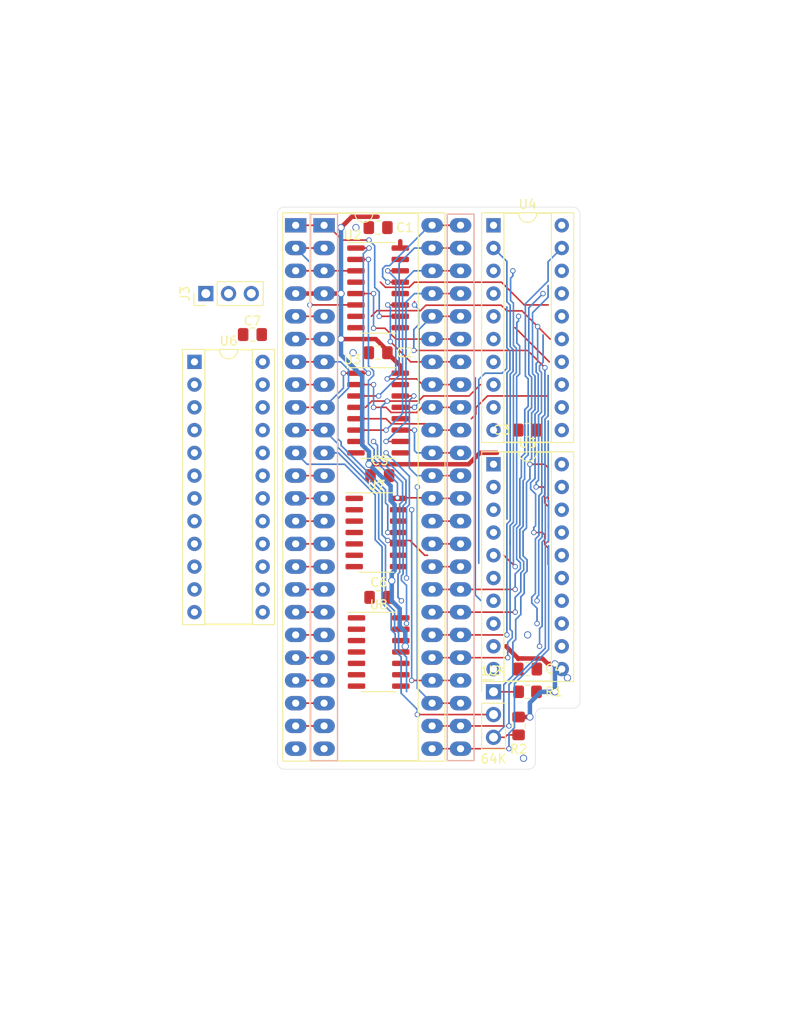
<source format=kicad_pcb>
(kicad_pcb (version 20171130) (host pcbnew 5.1.12)

  (general
    (thickness 1.6)
    (drawings 18)
    (tracks 589)
    (zones 0)
    (modules 20)
    (nets 77)
  )

  (page A4)
  (title_block
    (title Fixteen)
    (date 2021-01-28)
    (rev 4git)
    (company SukkoPera)
    (comment 1 "Licensed under CERN OHL v.1.2")
  )

  (layers
    (0 F.Cu signal)
    (31 B.Cu signal)
    (36 B.SilkS user)
    (37 F.SilkS user)
    (38 B.Mask user)
    (39 F.Mask user)
    (44 Edge.Cuts user)
    (45 Margin user hide)
    (46 B.CrtYd user hide)
    (47 F.CrtYd user hide)
    (49 F.Fab user hide)
  )

  (setup
    (last_trace_width 0.18)
    (trace_clearance 0.18)
    (zone_clearance 0.254)
    (zone_45_only no)
    (trace_min 0.1524)
    (via_size 0.6)
    (via_drill 0.4)
    (via_min_size 0.4)
    (via_min_drill 0.3)
    (uvia_size 0.3)
    (uvia_drill 0.1)
    (uvias_allowed no)
    (uvia_min_size 0.2)
    (uvia_min_drill 0.1)
    (edge_width 0.05)
    (segment_width 0.2)
    (pcb_text_width 0.3)
    (pcb_text_size 1.5 1.5)
    (mod_edge_width 0.12)
    (mod_text_size 1 1)
    (mod_text_width 0.15)
    (pad_size 1.524 1.524)
    (pad_drill 0.762)
    (pad_to_mask_clearance 0)
    (aux_axis_origin 0 0)
    (visible_elements FFFFF77F)
    (pcbplotparams
      (layerselection 0x010f0_ffffffff)
      (usegerberextensions false)
      (usegerberattributes false)
      (usegerberadvancedattributes false)
      (creategerberjobfile false)
      (excludeedgelayer true)
      (linewidth 0.100000)
      (plotframeref false)
      (viasonmask false)
      (mode 1)
      (useauxorigin false)
      (hpglpennumber 1)
      (hpglpenspeed 20)
      (hpglpendiameter 15.000000)
      (psnegative false)
      (psa4output false)
      (plotreference true)
      (plotvalue true)
      (plotinvisibletext false)
      (padsonsilk false)
      (subtractmaskfromsilk false)
      (outputformat 1)
      (mirror false)
      (drillshape 0)
      (scaleselection 1)
      (outputdirectory "gerbers"))
  )

  (net 0 "")
  (net 1 VCC)
  (net 2 /cs0)
  (net 3 /cs1)
  (net 4 /~irq)
  (net 5 /snd)
  (net 6 /ba)
  (net 7 /clkout)
  (net 8 /color)
  (net 9 /clkin)
  (net 10 /k0)
  (net 11 /k1)
  (net 12 /k2)
  (net 13 /k3)
  (net 14 /k4)
  (net 15 /k5)
  (net 16 /k6)
  (net 17 /k7)
  (net 18 /lum)
  (net 19 GND)
  (net 20 /~cas)
  (net 21 a3)
  (net 22 a4)
  (net 23 a5)
  (net 24 a6)
  (net 25 a7)
  (net 26 a8)
  (net 27 a9)
  (net 28 a10)
  (net 29 a11)
  (net 30 a12)
  (net 31 a13)
  (net 32 a14)
  (net 33 a15)
  (net 34 /~cas_16k)
  (net 35 ~RAS)
  (net 36 d7)
  (net 37 d6)
  (net 38 R_~W)
  (net 39 d5)
  (net 40 d4)
  (net 41 d3)
  (net 42 d2)
  (net 43 a0)
  (net 44 d1)
  (net 45 a1)
  (net 46 d0)
  (net 47 a2)
  (net 48 ~CAS_64K)
  (net 49 "/64K RAM Expansion/m4")
  (net 50 "/64K RAM Expansion/m5")
  (net 51 "/64K RAM Expansion/m6")
  (net 52 "/64K RAM Expansion/m3")
  (net 53 "/64K RAM Expansion/m2")
  (net 54 "/64K RAM Expansion/m1")
  (net 55 "/64K RAM Expansion/m0")
  (net 56 "/64K RAM Expansion/m7")
  (net 57 +5V)
  (net 58 MUX)
  (net 59 AEC)
  (net 60 ~RESET)
  (net 61 ~CS_IN)
  (net 62 ~CS_OUT)
  (net 63 m3)
  (net 64 m2)
  (net 65 m1)
  (net 66 m0)
  (net 67 m4)
  (net 68 m5)
  (net 69 m6)
  (net 70 m7)
  (net 71 m8)
  (net 72 "Net-(U6-Pad13)")
  (net 73 "Net-(U6-Pad14)")
  (net 74 "Net-(U6-Pad15)")
  (net 75 "/~RAS~/~CAS~ Generation/~cs_ram")
  (net 76 "Net-(U6-Pad11)")

  (net_class Default "This is the default net class."
    (clearance 0.18)
    (trace_width 0.18)
    (via_dia 0.6)
    (via_drill 0.4)
    (uvia_dia 0.3)
    (uvia_drill 0.1)
    (add_net +5V)
    (add_net "/64K RAM Expansion/m0")
    (add_net "/64K RAM Expansion/m1")
    (add_net "/64K RAM Expansion/m2")
    (add_net "/64K RAM Expansion/m3")
    (add_net "/64K RAM Expansion/m4")
    (add_net "/64K RAM Expansion/m5")
    (add_net "/64K RAM Expansion/m6")
    (add_net "/64K RAM Expansion/m7")
    (add_net /ba)
    (add_net /clkin)
    (add_net /clkout)
    (add_net /color)
    (add_net /cs0)
    (add_net /cs1)
    (add_net /k0)
    (add_net /k1)
    (add_net /k2)
    (add_net /k3)
    (add_net /k4)
    (add_net /k5)
    (add_net /k6)
    (add_net /k7)
    (add_net /lum)
    (add_net /snd)
    (add_net "/~RAS~/~CAS~ Generation/~cs_ram")
    (add_net /~cas)
    (add_net /~cas_16k)
    (add_net /~irq)
    (add_net AEC)
    (add_net MUX)
    (add_net "Net-(U6-Pad11)")
    (add_net "Net-(U6-Pad13)")
    (add_net "Net-(U6-Pad14)")
    (add_net "Net-(U6-Pad15)")
    (add_net R_~W)
    (add_net a0)
    (add_net a1)
    (add_net a10)
    (add_net a11)
    (add_net a12)
    (add_net a13)
    (add_net a14)
    (add_net a15)
    (add_net a2)
    (add_net a3)
    (add_net a4)
    (add_net a5)
    (add_net a6)
    (add_net a7)
    (add_net a8)
    (add_net a9)
    (add_net d0)
    (add_net d1)
    (add_net d2)
    (add_net d3)
    (add_net d4)
    (add_net d5)
    (add_net d6)
    (add_net d7)
    (add_net m0)
    (add_net m1)
    (add_net m2)
    (add_net m3)
    (add_net m4)
    (add_net m5)
    (add_net m6)
    (add_net m7)
    (add_net m8)
    (add_net ~CAS_64K)
    (add_net ~CS_IN)
    (add_net ~CS_OUT)
    (add_net ~RAS)
    (add_net ~RESET)
  )

  (net_class Power ""
    (clearance 0.2)
    (trace_width 0.5)
    (via_dia 0.8)
    (via_drill 0.6)
    (uvia_dia 0.3)
    (uvia_drill 0.1)
    (add_net GND)
    (add_net VCC)
  )

  (module Package_DIP:DIP-48_W15.24mm_Socket_LongPads (layer F.Cu) (tedit 5A02E8C5) (tstamp 5DD78166)
    (at 121.92 75.946)
    (descr "48-lead though-hole mounted DIP package, row spacing 15.24 mm (600 mils), Socket, LongPads")
    (tags "THT DIP DIL PDIP 2.54mm 15.24mm 600mil Socket LongPads")
    (path /6391891E)
    (fp_text reference U1 (at 7.62 -2.33) (layer F.SilkS) hide
      (effects (font (size 1 1) (thickness 0.15)))
    )
    (fp_text value MOS_7360_TED (at 7.62 60.75) (layer F.Fab)
      (effects (font (size 1 1) (thickness 0.15)))
    )
    (fp_line (start 1.255 -1.27) (end 14.985 -1.27) (layer F.Fab) (width 0.1))
    (fp_line (start 14.985 -1.27) (end 14.985 59.69) (layer F.Fab) (width 0.1))
    (fp_line (start 14.985 59.69) (end 0.255 59.69) (layer F.Fab) (width 0.1))
    (fp_line (start 0.255 59.69) (end 0.255 -0.27) (layer F.Fab) (width 0.1))
    (fp_line (start 0.255 -0.27) (end 1.255 -1.27) (layer F.Fab) (width 0.1))
    (fp_line (start -1.27 -1.33) (end -1.27 59.75) (layer F.Fab) (width 0.1))
    (fp_line (start -1.27 59.75) (end 16.51 59.75) (layer F.Fab) (width 0.1))
    (fp_line (start 16.51 59.75) (end 16.51 -1.33) (layer F.Fab) (width 0.1))
    (fp_line (start 16.51 -1.33) (end -1.27 -1.33) (layer F.Fab) (width 0.1))
    (fp_line (start 6.62 -1.33) (end 1.56 -1.33) (layer F.SilkS) (width 0.12))
    (fp_line (start 1.56 -1.33) (end 1.56 59.75) (layer F.SilkS) (width 0.12))
    (fp_line (start 1.56 59.75) (end 13.68 59.75) (layer F.SilkS) (width 0.12))
    (fp_line (start 13.68 59.75) (end 13.68 -1.33) (layer F.SilkS) (width 0.12))
    (fp_line (start 13.68 -1.33) (end 8.62 -1.33) (layer F.SilkS) (width 0.12))
    (fp_line (start -1.44 -1.39) (end -1.44 59.81) (layer F.SilkS) (width 0.12))
    (fp_line (start -1.44 59.81) (end 16.68 59.81) (layer F.SilkS) (width 0.12))
    (fp_line (start 16.68 59.81) (end 16.68 -1.39) (layer F.SilkS) (width 0.12))
    (fp_line (start 16.68 -1.39) (end -1.44 -1.39) (layer F.SilkS) (width 0.12))
    (fp_line (start -1.55 -1.6) (end -1.55 60) (layer F.CrtYd) (width 0.05))
    (fp_line (start -1.55 60) (end 16.8 60) (layer F.CrtYd) (width 0.05))
    (fp_line (start 16.8 60) (end 16.8 -1.6) (layer F.CrtYd) (width 0.05))
    (fp_line (start 16.8 -1.6) (end -1.55 -1.6) (layer F.CrtYd) (width 0.05))
    (fp_arc (start 7.62 -1.33) (end 6.62 -1.33) (angle -180) (layer F.SilkS) (width 0.12))
    (fp_text user %R (at 7.62 29.21) (layer F.Fab)
      (effects (font (size 1 1) (thickness 0.15)))
    )
    (pad 1 thru_hole rect (at 0 0) (size 2.4 1.6) (drill 0.8) (layers *.Cu *.Mask)
      (net 47 a2))
    (pad 25 thru_hole oval (at 15.24 58.42) (size 2.4 1.6) (drill 0.8) (layers *.Cu *.Mask)
      (net 46 d0))
    (pad 2 thru_hole oval (at 0 2.54) (size 2.4 1.6) (drill 0.8) (layers *.Cu *.Mask)
      (net 45 a1))
    (pad 26 thru_hole oval (at 15.24 55.88) (size 2.4 1.6) (drill 0.8) (layers *.Cu *.Mask)
      (net 44 d1))
    (pad 3 thru_hole oval (at 0 5.08) (size 2.4 1.6) (drill 0.8) (layers *.Cu *.Mask)
      (net 43 a0))
    (pad 27 thru_hole oval (at 15.24 53.34) (size 2.4 1.6) (drill 0.8) (layers *.Cu *.Mask)
      (net 42 d2))
    (pad 4 thru_hole oval (at 0 7.62) (size 2.4 1.6) (drill 0.8) (layers *.Cu *.Mask)
      (net 1 VCC))
    (pad 28 thru_hole oval (at 15.24 50.8) (size 2.4 1.6) (drill 0.8) (layers *.Cu *.Mask)
      (net 41 d3))
    (pad 5 thru_hole oval (at 0 10.16) (size 2.4 1.6) (drill 0.8) (layers *.Cu *.Mask)
      (net 2 /cs0))
    (pad 29 thru_hole oval (at 15.24 48.26) (size 2.4 1.6) (drill 0.8) (layers *.Cu *.Mask)
      (net 40 d4))
    (pad 6 thru_hole oval (at 0 12.7) (size 2.4 1.6) (drill 0.8) (layers *.Cu *.Mask)
      (net 3 /cs1))
    (pad 30 thru_hole oval (at 15.24 45.72) (size 2.4 1.6) (drill 0.8) (layers *.Cu *.Mask)
      (net 39 d5))
    (pad 7 thru_hole oval (at 0 15.24) (size 2.4 1.6) (drill 0.8) (layers *.Cu *.Mask)
      (net 38 R_~W))
    (pad 31 thru_hole oval (at 15.24 43.18) (size 2.4 1.6) (drill 0.8) (layers *.Cu *.Mask)
      (net 37 d6))
    (pad 8 thru_hole oval (at 0 17.78) (size 2.4 1.6) (drill 0.8) (layers *.Cu *.Mask)
      (net 4 /~irq))
    (pad 32 thru_hole oval (at 15.24 40.64) (size 2.4 1.6) (drill 0.8) (layers *.Cu *.Mask)
      (net 36 d7))
    (pad 9 thru_hole oval (at 0 20.32) (size 2.4 1.6) (drill 0.8) (layers *.Cu *.Mask)
      (net 58 MUX))
    (pad 33 thru_hole oval (at 15.24 38.1) (size 2.4 1.6) (drill 0.8) (layers *.Cu *.Mask)
      (net 5 /snd))
    (pad 10 thru_hole oval (at 0 22.86) (size 2.4 1.6) (drill 0.8) (layers *.Cu *.Mask)
      (net 35 ~RAS))
    (pad 34 thru_hole oval (at 15.24 35.56) (size 2.4 1.6) (drill 0.8) (layers *.Cu *.Mask)
      (net 6 /ba))
    (pad 11 thru_hole oval (at 0 25.4) (size 2.4 1.6) (drill 0.8) (layers *.Cu *.Mask)
      (net 20 /~cas))
    (pad 35 thru_hole oval (at 15.24 33.02) (size 2.4 1.6) (drill 0.8) (layers *.Cu *.Mask)
      (net 59 AEC))
    (pad 12 thru_hole oval (at 0 27.94) (size 2.4 1.6) (drill 0.8) (layers *.Cu *.Mask)
      (net 7 /clkout))
    (pad 36 thru_hole oval (at 15.24 30.48) (size 2.4 1.6) (drill 0.8) (layers *.Cu *.Mask)
      (net 33 a15))
    (pad 13 thru_hole oval (at 0 30.48) (size 2.4 1.6) (drill 0.8) (layers *.Cu *.Mask)
      (net 8 /color))
    (pad 37 thru_hole oval (at 15.24 27.94) (size 2.4 1.6) (drill 0.8) (layers *.Cu *.Mask)
      (net 32 a14))
    (pad 14 thru_hole oval (at 0 33.02) (size 2.4 1.6) (drill 0.8) (layers *.Cu *.Mask)
      (net 9 /clkin))
    (pad 38 thru_hole oval (at 15.24 25.4) (size 2.4 1.6) (drill 0.8) (layers *.Cu *.Mask)
      (net 31 a13))
    (pad 15 thru_hole oval (at 0 35.56) (size 2.4 1.6) (drill 0.8) (layers *.Cu *.Mask)
      (net 10 /k0))
    (pad 39 thru_hole oval (at 15.24 22.86) (size 2.4 1.6) (drill 0.8) (layers *.Cu *.Mask)
      (net 30 a12))
    (pad 16 thru_hole oval (at 0 38.1) (size 2.4 1.6) (drill 0.8) (layers *.Cu *.Mask)
      (net 11 /k1))
    (pad 40 thru_hole oval (at 15.24 20.32) (size 2.4 1.6) (drill 0.8) (layers *.Cu *.Mask)
      (net 29 a11))
    (pad 17 thru_hole oval (at 0 40.64) (size 2.4 1.6) (drill 0.8) (layers *.Cu *.Mask)
      (net 12 /k2))
    (pad 41 thru_hole oval (at 15.24 17.78) (size 2.4 1.6) (drill 0.8) (layers *.Cu *.Mask)
      (net 28 a10))
    (pad 18 thru_hole oval (at 0 43.18) (size 2.4 1.6) (drill 0.8) (layers *.Cu *.Mask)
      (net 13 /k3))
    (pad 42 thru_hole oval (at 15.24 15.24) (size 2.4 1.6) (drill 0.8) (layers *.Cu *.Mask)
      (net 27 a9))
    (pad 19 thru_hole oval (at 0 45.72) (size 2.4 1.6) (drill 0.8) (layers *.Cu *.Mask)
      (net 14 /k4))
    (pad 43 thru_hole oval (at 15.24 12.7) (size 2.4 1.6) (drill 0.8) (layers *.Cu *.Mask)
      (net 26 a8))
    (pad 20 thru_hole oval (at 0 48.26) (size 2.4 1.6) (drill 0.8) (layers *.Cu *.Mask)
      (net 15 /k5))
    (pad 44 thru_hole oval (at 15.24 10.16) (size 2.4 1.6) (drill 0.8) (layers *.Cu *.Mask)
      (net 25 a7))
    (pad 21 thru_hole oval (at 0 50.8) (size 2.4 1.6) (drill 0.8) (layers *.Cu *.Mask)
      (net 16 /k6))
    (pad 45 thru_hole oval (at 15.24 7.62) (size 2.4 1.6) (drill 0.8) (layers *.Cu *.Mask)
      (net 24 a6))
    (pad 22 thru_hole oval (at 0 53.34) (size 2.4 1.6) (drill 0.8) (layers *.Cu *.Mask)
      (net 17 /k7))
    (pad 46 thru_hole oval (at 15.24 5.08) (size 2.4 1.6) (drill 0.8) (layers *.Cu *.Mask)
      (net 23 a5))
    (pad 23 thru_hole oval (at 0 55.88) (size 2.4 1.6) (drill 0.8) (layers *.Cu *.Mask)
      (net 18 /lum))
    (pad 47 thru_hole oval (at 15.24 2.54) (size 2.4 1.6) (drill 0.8) (layers *.Cu *.Mask)
      (net 22 a4))
    (pad 24 thru_hole oval (at 0 58.42) (size 2.4 1.6) (drill 0.8) (layers *.Cu *.Mask)
      (net 19 GND))
    (pad 48 thru_hole oval (at 15.24 0) (size 2.4 1.6) (drill 0.8) (layers *.Cu *.Mask)
      (net 21 a3))
    (model ${KISYS3DMOD}/Package_DIP.3dshapes/DIP-48_W15.24mm_Socket.wrl
      (at (xyz 0 0 0))
      (scale (xyz 1 1 1))
      (rotate (xyz 0 0 0))
    )
    (model ${KISYS3DMOD}/Package_DIP.3dshapes/DIP-48_W15.24mm.wrl
      (offset (xyz 0 0 4))
      (scale (xyz 1 1 1))
      (rotate (xyz 0 0 0))
    )
  )

  (module Capacitor_SMD:C_0805_2012Metric_Pad1.18x1.45mm_HandSolder (layer F.Cu) (tedit 5F68FEEF) (tstamp 5FC308F5)
    (at 131.1275 76.2 180)
    (descr "Capacitor SMD 0805 (2012 Metric), square (rectangular) end terminal, IPC_7351 nominal with elongated pad for handsoldering. (Body size source: IPC-SM-782 page 76, https://www.pcb-3d.com/wordpress/wp-content/uploads/ipc-sm-782a_amendment_1_and_2.pdf, https://docs.google.com/spreadsheets/d/1BsfQQcO9C6DZCsRaXUlFlo91Tg2WpOkGARC1WS5S8t0/edit?usp=sharing), generated with kicad-footprint-generator")
    (tags "capacitor handsolder")
    (path /63A22C28/63A64654)
    (attr smd)
    (fp_text reference C1 (at -2.9845 0) (layer F.SilkS)
      (effects (font (size 1 1) (thickness 0.15)))
    )
    (fp_text value 100n (at 0 1.68) (layer F.Fab)
      (effects (font (size 1 1) (thickness 0.15)))
    )
    (fp_line (start 1.88 0.98) (end -1.88 0.98) (layer F.CrtYd) (width 0.05))
    (fp_line (start 1.88 -0.98) (end 1.88 0.98) (layer F.CrtYd) (width 0.05))
    (fp_line (start -1.88 -0.98) (end 1.88 -0.98) (layer F.CrtYd) (width 0.05))
    (fp_line (start -1.88 0.98) (end -1.88 -0.98) (layer F.CrtYd) (width 0.05))
    (fp_line (start -0.261252 0.735) (end 0.261252 0.735) (layer F.SilkS) (width 0.12))
    (fp_line (start -0.261252 -0.735) (end 0.261252 -0.735) (layer F.SilkS) (width 0.12))
    (fp_line (start 1 0.625) (end -1 0.625) (layer F.Fab) (width 0.1))
    (fp_line (start 1 -0.625) (end 1 0.625) (layer F.Fab) (width 0.1))
    (fp_line (start -1 -0.625) (end 1 -0.625) (layer F.Fab) (width 0.1))
    (fp_line (start -1 0.625) (end -1 -0.625) (layer F.Fab) (width 0.1))
    (fp_text user %R (at 0 0) (layer F.Fab)
      (effects (font (size 0.5 0.5) (thickness 0.08)))
    )
    (pad 1 smd roundrect (at -1.0375 0 180) (size 1.175 1.45) (layers F.Cu F.Paste F.Mask) (roundrect_rratio 0.212766)
      (net 57 +5V))
    (pad 2 smd roundrect (at 1.0375 0 180) (size 1.175 1.45) (layers F.Cu F.Paste F.Mask) (roundrect_rratio 0.212766)
      (net 19 GND))
    (model ${KISYS3DMOD}/Capacitor_SMD.3dshapes/C_0805_2012Metric.wrl
      (at (xyz 0 0 0))
      (scale (xyz 1 1 1))
      (rotate (xyz 0 0 0))
    )
  )

  (module Capacitor_SMD:C_0805_2012Metric_Pad1.18x1.45mm_HandSolder (layer F.Cu) (tedit 5F68FEEF) (tstamp 5FC30906)
    (at 131.1275 90.17 180)
    (descr "Capacitor SMD 0805 (2012 Metric), square (rectangular) end terminal, IPC_7351 nominal with elongated pad for handsoldering. (Body size source: IPC-SM-782 page 76, https://www.pcb-3d.com/wordpress/wp-content/uploads/ipc-sm-782a_amendment_1_and_2.pdf, https://docs.google.com/spreadsheets/d/1BsfQQcO9C6DZCsRaXUlFlo91Tg2WpOkGARC1WS5S8t0/edit?usp=sharing), generated with kicad-footprint-generator")
    (tags "capacitor handsolder")
    (path /63A22C28/63A6467E)
    (attr smd)
    (fp_text reference C2 (at -2.9845 0) (layer F.SilkS)
      (effects (font (size 1 1) (thickness 0.15)))
    )
    (fp_text value 100n (at 0 1.68) (layer F.Fab)
      (effects (font (size 1 1) (thickness 0.15)))
    )
    (fp_line (start 1.88 0.98) (end -1.88 0.98) (layer F.CrtYd) (width 0.05))
    (fp_line (start 1.88 -0.98) (end 1.88 0.98) (layer F.CrtYd) (width 0.05))
    (fp_line (start -1.88 -0.98) (end 1.88 -0.98) (layer F.CrtYd) (width 0.05))
    (fp_line (start -1.88 0.98) (end -1.88 -0.98) (layer F.CrtYd) (width 0.05))
    (fp_line (start -0.261252 0.735) (end 0.261252 0.735) (layer F.SilkS) (width 0.12))
    (fp_line (start -0.261252 -0.735) (end 0.261252 -0.735) (layer F.SilkS) (width 0.12))
    (fp_line (start 1 0.625) (end -1 0.625) (layer F.Fab) (width 0.1))
    (fp_line (start 1 -0.625) (end 1 0.625) (layer F.Fab) (width 0.1))
    (fp_line (start -1 -0.625) (end 1 -0.625) (layer F.Fab) (width 0.1))
    (fp_line (start -1 0.625) (end -1 -0.625) (layer F.Fab) (width 0.1))
    (fp_text user %R (at 0 0) (layer F.Fab)
      (effects (font (size 0.5 0.5) (thickness 0.08)))
    )
    (pad 1 smd roundrect (at -1.0375 0 180) (size 1.175 1.45) (layers F.Cu F.Paste F.Mask) (roundrect_rratio 0.212766)
      (net 1 VCC))
    (pad 2 smd roundrect (at 1.0375 0 180) (size 1.175 1.45) (layers F.Cu F.Paste F.Mask) (roundrect_rratio 0.212766)
      (net 19 GND))
    (model ${KISYS3DMOD}/Capacitor_SMD.3dshapes/C_0805_2012Metric.wrl
      (at (xyz 0 0 0))
      (scale (xyz 1 1 1))
      (rotate (xyz 0 0 0))
    )
  )

  (module Capacitor_SMD:C_0805_2012Metric_Pad1.18x1.45mm_HandSolder (layer F.Cu) (tedit 5F68FEEF) (tstamp 5FC30917)
    (at 147.818 98.806)
    (descr "Capacitor SMD 0805 (2012 Metric), square (rectangular) end terminal, IPC_7351 nominal with elongated pad for handsoldering. (Body size source: IPC-SM-782 page 76, https://www.pcb-3d.com/wordpress/wp-content/uploads/ipc-sm-782a_amendment_1_and_2.pdf, https://docs.google.com/spreadsheets/d/1BsfQQcO9C6DZCsRaXUlFlo91Tg2WpOkGARC1WS5S8t0/edit?usp=sharing), generated with kicad-footprint-generator")
    (tags "capacitor handsolder")
    (path /62E48B71/63ABB0AA)
    (attr smd)
    (fp_text reference C3 (at -2.911 -0.004) (layer F.SilkS)
      (effects (font (size 1 1) (thickness 0.15)))
    )
    (fp_text value 100n (at 0 1.68) (layer F.Fab)
      (effects (font (size 1 1) (thickness 0.15)))
    )
    (fp_line (start -1 0.625) (end -1 -0.625) (layer F.Fab) (width 0.1))
    (fp_line (start -1 -0.625) (end 1 -0.625) (layer F.Fab) (width 0.1))
    (fp_line (start 1 -0.625) (end 1 0.625) (layer F.Fab) (width 0.1))
    (fp_line (start 1 0.625) (end -1 0.625) (layer F.Fab) (width 0.1))
    (fp_line (start -0.261252 -0.735) (end 0.261252 -0.735) (layer F.SilkS) (width 0.12))
    (fp_line (start -0.261252 0.735) (end 0.261252 0.735) (layer F.SilkS) (width 0.12))
    (fp_line (start -1.88 0.98) (end -1.88 -0.98) (layer F.CrtYd) (width 0.05))
    (fp_line (start -1.88 -0.98) (end 1.88 -0.98) (layer F.CrtYd) (width 0.05))
    (fp_line (start 1.88 -0.98) (end 1.88 0.98) (layer F.CrtYd) (width 0.05))
    (fp_line (start 1.88 0.98) (end -1.88 0.98) (layer F.CrtYd) (width 0.05))
    (fp_text user %R (at 0 0) (layer F.Fab)
      (effects (font (size 0.5 0.5) (thickness 0.08)))
    )
    (pad 2 smd roundrect (at 1.0375 0) (size 1.175 1.45) (layers F.Cu F.Paste F.Mask) (roundrect_rratio 0.212766)
      (net 19 GND))
    (pad 1 smd roundrect (at -1.0375 0) (size 1.175 1.45) (layers F.Cu F.Paste F.Mask) (roundrect_rratio 0.212766)
      (net 57 +5V))
    (model ${KISYS3DMOD}/Capacitor_SMD.3dshapes/C_0805_2012Metric.wrl
      (at (xyz 0 0 0))
      (scale (xyz 1 1 1))
      (rotate (xyz 0 0 0))
    )
  )

  (module Capacitor_SMD:C_0805_2012Metric_Pad1.18x1.45mm_HandSolder (layer F.Cu) (tedit 5F68FEEF) (tstamp 5FC30928)
    (at 147.818 125.476)
    (descr "Capacitor SMD 0805 (2012 Metric), square (rectangular) end terminal, IPC_7351 nominal with elongated pad for handsoldering. (Body size source: IPC-SM-782 page 76, https://www.pcb-3d.com/wordpress/wp-content/uploads/ipc-sm-782a_amendment_1_and_2.pdf, https://docs.google.com/spreadsheets/d/1BsfQQcO9C6DZCsRaXUlFlo91Tg2WpOkGARC1WS5S8t0/edit?usp=sharing), generated with kicad-footprint-generator")
    (tags "capacitor handsolder")
    (path /62E48B71/63AC07CB)
    (attr smd)
    (fp_text reference C4 (at 2.931 -0.004) (layer F.SilkS)
      (effects (font (size 1 1) (thickness 0.15)))
    )
    (fp_text value 100n (at 0 1.68) (layer F.Fab)
      (effects (font (size 1 1) (thickness 0.15)))
    )
    (fp_line (start -1 0.625) (end -1 -0.625) (layer F.Fab) (width 0.1))
    (fp_line (start -1 -0.625) (end 1 -0.625) (layer F.Fab) (width 0.1))
    (fp_line (start 1 -0.625) (end 1 0.625) (layer F.Fab) (width 0.1))
    (fp_line (start 1 0.625) (end -1 0.625) (layer F.Fab) (width 0.1))
    (fp_line (start -0.261252 -0.735) (end 0.261252 -0.735) (layer F.SilkS) (width 0.12))
    (fp_line (start -0.261252 0.735) (end 0.261252 0.735) (layer F.SilkS) (width 0.12))
    (fp_line (start -1.88 0.98) (end -1.88 -0.98) (layer F.CrtYd) (width 0.05))
    (fp_line (start -1.88 -0.98) (end 1.88 -0.98) (layer F.CrtYd) (width 0.05))
    (fp_line (start 1.88 -0.98) (end 1.88 0.98) (layer F.CrtYd) (width 0.05))
    (fp_line (start 1.88 0.98) (end -1.88 0.98) (layer F.CrtYd) (width 0.05))
    (fp_text user %R (at 0 0) (layer F.Fab)
      (effects (font (size 0.5 0.5) (thickness 0.08)))
    )
    (pad 2 smd roundrect (at 1.0375 0) (size 1.175 1.45) (layers F.Cu F.Paste F.Mask) (roundrect_rratio 0.212766)
      (net 19 GND))
    (pad 1 smd roundrect (at -1.0375 0) (size 1.175 1.45) (layers F.Cu F.Paste F.Mask) (roundrect_rratio 0.212766)
      (net 57 +5V))
    (model ${KISYS3DMOD}/Capacitor_SMD.3dshapes/C_0805_2012Metric.wrl
      (at (xyz 0 0 0))
      (scale (xyz 1 1 1))
      (rotate (xyz 0 0 0))
    )
  )

  (module Package_SO:SOIC-16_3.9x9.9mm_P1.27mm (layer F.Cu) (tedit 5D9F72B1) (tstamp 5FC30961)
    (at 131.1275 82.931)
    (descr "SOIC, 16 Pin (JEDEC MS-012AC, https://www.analog.com/media/en/package-pcb-resources/package/pkg_pdf/soic_narrow-r/r_16.pdf), generated with kicad-footprint-generator ipc_gullwing_generator.py")
    (tags "SOIC SO")
    (path /63A22C28/63A64698)
    (attr smd)
    (fp_text reference U2 (at -2.8575 -5.9) (layer F.SilkS)
      (effects (font (size 1 1) (thickness 0.15)))
    )
    (fp_text value 74LS257 (at 0 5.9) (layer F.Fab)
      (effects (font (size 1 1) (thickness 0.15)))
    )
    (fp_line (start 0 5.06) (end 1.95 5.06) (layer F.SilkS) (width 0.12))
    (fp_line (start 0 5.06) (end -1.95 5.06) (layer F.SilkS) (width 0.12))
    (fp_line (start 0 -5.06) (end 1.95 -5.06) (layer F.SilkS) (width 0.12))
    (fp_line (start 0 -5.06) (end -3.45 -5.06) (layer F.SilkS) (width 0.12))
    (fp_line (start -0.975 -4.95) (end 1.95 -4.95) (layer F.Fab) (width 0.1))
    (fp_line (start 1.95 -4.95) (end 1.95 4.95) (layer F.Fab) (width 0.1))
    (fp_line (start 1.95 4.95) (end -1.95 4.95) (layer F.Fab) (width 0.1))
    (fp_line (start -1.95 4.95) (end -1.95 -3.975) (layer F.Fab) (width 0.1))
    (fp_line (start -1.95 -3.975) (end -0.975 -4.95) (layer F.Fab) (width 0.1))
    (fp_line (start -3.7 -5.2) (end -3.7 5.2) (layer F.CrtYd) (width 0.05))
    (fp_line (start -3.7 5.2) (end 3.7 5.2) (layer F.CrtYd) (width 0.05))
    (fp_line (start 3.7 5.2) (end 3.7 -5.2) (layer F.CrtYd) (width 0.05))
    (fp_line (start 3.7 -5.2) (end -3.7 -5.2) (layer F.CrtYd) (width 0.05))
    (fp_text user %R (at 0 0) (layer F.Fab)
      (effects (font (size 0.98 0.98) (thickness 0.15)))
    )
    (pad 16 smd roundrect (at 2.475 -4.445) (size 1.95 0.6) (layers F.Cu F.Paste F.Mask) (roundrect_rratio 0.25)
      (net 1 VCC))
    (pad 15 smd roundrect (at 2.475 -3.175) (size 1.95 0.6) (layers F.Cu F.Paste F.Mask) (roundrect_rratio 0.25)
      (net 19 GND))
    (pad 14 smd roundrect (at 2.475 -1.905) (size 1.95 0.6) (layers F.Cu F.Paste F.Mask) (roundrect_rratio 0.25)
      (net 28 a10))
    (pad 13 smd roundrect (at 2.475 -0.635) (size 1.95 0.6) (layers F.Cu F.Paste F.Mask) (roundrect_rratio 0.25)
      (net 21 a3))
    (pad 12 smd roundrect (at 2.475 0.635) (size 1.95 0.6) (layers F.Cu F.Paste F.Mask) (roundrect_rratio 0.25)
      (net 63 m3))
    (pad 11 smd roundrect (at 2.475 1.905) (size 1.95 0.6) (layers F.Cu F.Paste F.Mask) (roundrect_rratio 0.25)
      (net 27 a9))
    (pad 10 smd roundrect (at 2.475 3.175) (size 1.95 0.6) (layers F.Cu F.Paste F.Mask) (roundrect_rratio 0.25)
      (net 47 a2))
    (pad 9 smd roundrect (at 2.475 4.445) (size 1.95 0.6) (layers F.Cu F.Paste F.Mask) (roundrect_rratio 0.25)
      (net 64 m2))
    (pad 8 smd roundrect (at -2.475 4.445) (size 1.95 0.6) (layers F.Cu F.Paste F.Mask) (roundrect_rratio 0.25)
      (net 19 GND))
    (pad 7 smd roundrect (at -2.475 3.175) (size 1.95 0.6) (layers F.Cu F.Paste F.Mask) (roundrect_rratio 0.25)
      (net 65 m1))
    (pad 6 smd roundrect (at -2.475 1.905) (size 1.95 0.6) (layers F.Cu F.Paste F.Mask) (roundrect_rratio 0.25)
      (net 45 a1))
    (pad 5 smd roundrect (at -2.475 0.635) (size 1.95 0.6) (layers F.Cu F.Paste F.Mask) (roundrect_rratio 0.25)
      (net 26 a8))
    (pad 4 smd roundrect (at -2.475 -0.635) (size 1.95 0.6) (layers F.Cu F.Paste F.Mask) (roundrect_rratio 0.25)
      (net 66 m0))
    (pad 3 smd roundrect (at -2.475 -1.905) (size 1.95 0.6) (layers F.Cu F.Paste F.Mask) (roundrect_rratio 0.25)
      (net 43 a0))
    (pad 2 smd roundrect (at -2.475 -3.175) (size 1.95 0.6) (layers F.Cu F.Paste F.Mask) (roundrect_rratio 0.25)
      (net 33 a15))
    (pad 1 smd roundrect (at -2.475 -4.445) (size 1.95 0.6) (layers F.Cu F.Paste F.Mask) (roundrect_rratio 0.25)
      (net 58 MUX))
    (model ${KISYS3DMOD}/Package_SO.3dshapes/SOIC-16_3.9x9.9mm_P1.27mm.wrl
      (at (xyz 0 0 0))
      (scale (xyz 1 1 1))
      (rotate (xyz 0 0 0))
    )
  )

  (module Package_SO:SOIC-16_3.9x9.9mm_P1.27mm (layer F.Cu) (tedit 5D9F72B1) (tstamp 5FC30983)
    (at 131.1275 96.901)
    (descr "SOIC, 16 Pin (JEDEC MS-012AC, https://www.analog.com/media/en/package-pcb-resources/package/pkg_pdf/soic_narrow-r/r_16.pdf), generated with kicad-footprint-generator ipc_gullwing_generator.py")
    (tags "SOIC SO")
    (path /63A22C28/63A64692)
    (attr smd)
    (fp_text reference U3 (at -2.8575 -5.969) (layer F.SilkS)
      (effects (font (size 1 1) (thickness 0.15)))
    )
    (fp_text value 74LS257 (at 0 5.9) (layer F.Fab)
      (effects (font (size 1 1) (thickness 0.15)))
    )
    (fp_line (start 3.7 -5.2) (end -3.7 -5.2) (layer F.CrtYd) (width 0.05))
    (fp_line (start 3.7 5.2) (end 3.7 -5.2) (layer F.CrtYd) (width 0.05))
    (fp_line (start -3.7 5.2) (end 3.7 5.2) (layer F.CrtYd) (width 0.05))
    (fp_line (start -3.7 -5.2) (end -3.7 5.2) (layer F.CrtYd) (width 0.05))
    (fp_line (start -1.95 -3.975) (end -0.975 -4.95) (layer F.Fab) (width 0.1))
    (fp_line (start -1.95 4.95) (end -1.95 -3.975) (layer F.Fab) (width 0.1))
    (fp_line (start 1.95 4.95) (end -1.95 4.95) (layer F.Fab) (width 0.1))
    (fp_line (start 1.95 -4.95) (end 1.95 4.95) (layer F.Fab) (width 0.1))
    (fp_line (start -0.975 -4.95) (end 1.95 -4.95) (layer F.Fab) (width 0.1))
    (fp_line (start 0 -5.06) (end -3.45 -5.06) (layer F.SilkS) (width 0.12))
    (fp_line (start 0 -5.06) (end 1.95 -5.06) (layer F.SilkS) (width 0.12))
    (fp_line (start 0 5.06) (end -1.95 5.06) (layer F.SilkS) (width 0.12))
    (fp_line (start 0 5.06) (end 1.95 5.06) (layer F.SilkS) (width 0.12))
    (fp_text user %R (at 0 0) (layer F.Fab)
      (effects (font (size 0.98 0.98) (thickness 0.15)))
    )
    (pad 1 smd roundrect (at -2.475 -4.445) (size 1.95 0.6) (layers F.Cu F.Paste F.Mask) (roundrect_rratio 0.25)
      (net 58 MUX))
    (pad 2 smd roundrect (at -2.475 -3.175) (size 1.95 0.6) (layers F.Cu F.Paste F.Mask) (roundrect_rratio 0.25)
      (net 29 a11))
    (pad 3 smd roundrect (at -2.475 -1.905) (size 1.95 0.6) (layers F.Cu F.Paste F.Mask) (roundrect_rratio 0.25)
      (net 22 a4))
    (pad 4 smd roundrect (at -2.475 -0.635) (size 1.95 0.6) (layers F.Cu F.Paste F.Mask) (roundrect_rratio 0.25)
      (net 67 m4))
    (pad 5 smd roundrect (at -2.475 0.635) (size 1.95 0.6) (layers F.Cu F.Paste F.Mask) (roundrect_rratio 0.25)
      (net 30 a12))
    (pad 6 smd roundrect (at -2.475 1.905) (size 1.95 0.6) (layers F.Cu F.Paste F.Mask) (roundrect_rratio 0.25)
      (net 23 a5))
    (pad 7 smd roundrect (at -2.475 3.175) (size 1.95 0.6) (layers F.Cu F.Paste F.Mask) (roundrect_rratio 0.25)
      (net 68 m5))
    (pad 8 smd roundrect (at -2.475 4.445) (size 1.95 0.6) (layers F.Cu F.Paste F.Mask) (roundrect_rratio 0.25)
      (net 19 GND))
    (pad 9 smd roundrect (at 2.475 4.445) (size 1.95 0.6) (layers F.Cu F.Paste F.Mask) (roundrect_rratio 0.25)
      (net 69 m6))
    (pad 10 smd roundrect (at 2.475 3.175) (size 1.95 0.6) (layers F.Cu F.Paste F.Mask) (roundrect_rratio 0.25)
      (net 24 a6))
    (pad 11 smd roundrect (at 2.475 1.905) (size 1.95 0.6) (layers F.Cu F.Paste F.Mask) (roundrect_rratio 0.25)
      (net 31 a13))
    (pad 12 smd roundrect (at 2.475 0.635) (size 1.95 0.6) (layers F.Cu F.Paste F.Mask) (roundrect_rratio 0.25)
      (net 70 m7))
    (pad 13 smd roundrect (at 2.475 -0.635) (size 1.95 0.6) (layers F.Cu F.Paste F.Mask) (roundrect_rratio 0.25)
      (net 25 a7))
    (pad 14 smd roundrect (at 2.475 -1.905) (size 1.95 0.6) (layers F.Cu F.Paste F.Mask) (roundrect_rratio 0.25)
      (net 32 a14))
    (pad 15 smd roundrect (at 2.475 -3.175) (size 1.95 0.6) (layers F.Cu F.Paste F.Mask) (roundrect_rratio 0.25)
      (net 19 GND))
    (pad 16 smd roundrect (at 2.475 -4.445) (size 1.95 0.6) (layers F.Cu F.Paste F.Mask) (roundrect_rratio 0.25)
      (net 1 VCC))
    (model ${KISYS3DMOD}/Package_SO.3dshapes/SOIC-16_3.9x9.9mm_P1.27mm.wrl
      (at (xyz 0 0 0))
      (scale (xyz 1 1 1))
      (rotate (xyz 0 0 0))
    )
  )

  (module Resistor_SMD:R_0805_2012Metric_Pad1.20x1.40mm_HandSolder (layer F.Cu) (tedit 5F68FEEE) (tstamp 5FC3DD04)
    (at 147.818 128.016 180)
    (descr "Resistor SMD 0805 (2012 Metric), square (rectangular) end terminal, IPC_7351 nominal with elongated pad for handsoldering. (Body size source: IPC-SM-782 page 72, https://www.pcb-3d.com/wordpress/wp-content/uploads/ipc-sm-782a_amendment_1_and_2.pdf), generated with kicad-footprint-generator")
    (tags "resistor handsolder")
    (path /639189C6)
    (attr smd)
    (fp_text reference R1 (at -2.931 0.004) (layer F.SilkS)
      (effects (font (size 1 1) (thickness 0.15)))
    )
    (fp_text value 10k (at 0 1.65) (layer F.Fab)
      (effects (font (size 1 1) (thickness 0.15)))
    )
    (fp_line (start -1 0.625) (end -1 -0.625) (layer F.Fab) (width 0.1))
    (fp_line (start -1 -0.625) (end 1 -0.625) (layer F.Fab) (width 0.1))
    (fp_line (start 1 -0.625) (end 1 0.625) (layer F.Fab) (width 0.1))
    (fp_line (start 1 0.625) (end -1 0.625) (layer F.Fab) (width 0.1))
    (fp_line (start -0.227064 -0.735) (end 0.227064 -0.735) (layer F.SilkS) (width 0.12))
    (fp_line (start -0.227064 0.735) (end 0.227064 0.735) (layer F.SilkS) (width 0.12))
    (fp_line (start -1.85 0.95) (end -1.85 -0.95) (layer F.CrtYd) (width 0.05))
    (fp_line (start -1.85 -0.95) (end 1.85 -0.95) (layer F.CrtYd) (width 0.05))
    (fp_line (start 1.85 -0.95) (end 1.85 0.95) (layer F.CrtYd) (width 0.05))
    (fp_line (start 1.85 0.95) (end -1.85 0.95) (layer F.CrtYd) (width 0.05))
    (fp_text user %R (at 0 0) (layer F.Fab)
      (effects (font (size 0.5 0.5) (thickness 0.08)))
    )
    (pad 2 smd roundrect (at 1 0 180) (size 1.2 1.4) (layers F.Cu F.Paste F.Mask) (roundrect_rratio 0.208333)
      (net 34 /~cas_16k))
    (pad 1 smd roundrect (at -1 0 180) (size 1.2 1.4) (layers F.Cu F.Paste F.Mask) (roundrect_rratio 0.208333)
      (net 1 VCC))
    (model ${KISYS3DMOD}/Resistor_SMD.3dshapes/R_0805_2012Metric.wrl
      (at (xyz 0 0 0))
      (scale (xyz 1 1 1))
      (rotate (xyz 0 0 0))
    )
  )

  (module Resistor_SMD:R_0805_2012Metric_Pad1.20x1.40mm_HandSolder (layer F.Cu) (tedit 5F68FEEE) (tstamp 5FC3DD15)
    (at 146.818 131.826 270)
    (descr "Resistor SMD 0805 (2012 Metric), square (rectangular) end terminal, IPC_7351 nominal with elongated pad for handsoldering. (Body size source: IPC-SM-782 page 72, https://www.pcb-3d.com/wordpress/wp-content/uploads/ipc-sm-782a_amendment_1_and_2.pdf), generated with kicad-footprint-generator")
    (tags "resistor handsolder")
    (path /639189C0)
    (attr smd)
    (fp_text reference R2 (at 2.5908 0 180) (layer F.SilkS)
      (effects (font (size 1 1) (thickness 0.15)))
    )
    (fp_text value 10k (at 0 1.65 90) (layer F.Fab)
      (effects (font (size 1 1) (thickness 0.15)))
    )
    (fp_line (start 1.85 0.95) (end -1.85 0.95) (layer F.CrtYd) (width 0.05))
    (fp_line (start 1.85 -0.95) (end 1.85 0.95) (layer F.CrtYd) (width 0.05))
    (fp_line (start -1.85 -0.95) (end 1.85 -0.95) (layer F.CrtYd) (width 0.05))
    (fp_line (start -1.85 0.95) (end -1.85 -0.95) (layer F.CrtYd) (width 0.05))
    (fp_line (start -0.227064 0.735) (end 0.227064 0.735) (layer F.SilkS) (width 0.12))
    (fp_line (start -0.227064 -0.735) (end 0.227064 -0.735) (layer F.SilkS) (width 0.12))
    (fp_line (start 1 0.625) (end -1 0.625) (layer F.Fab) (width 0.1))
    (fp_line (start 1 -0.625) (end 1 0.625) (layer F.Fab) (width 0.1))
    (fp_line (start -1 -0.625) (end 1 -0.625) (layer F.Fab) (width 0.1))
    (fp_line (start -1 0.625) (end -1 -0.625) (layer F.Fab) (width 0.1))
    (fp_text user %R (at 0 0 90) (layer F.Fab)
      (effects (font (size 0.5 0.5) (thickness 0.08)))
    )
    (pad 1 smd roundrect (at -1 0 270) (size 1.2 1.4) (layers F.Cu F.Paste F.Mask) (roundrect_rratio 0.208333)
      (net 1 VCC))
    (pad 2 smd roundrect (at 1 0 270) (size 1.2 1.4) (layers F.Cu F.Paste F.Mask) (roundrect_rratio 0.208333)
      (net 48 ~CAS_64K))
    (model ${KISYS3DMOD}/Resistor_SMD.3dshapes/R_0805_2012Metric.wrl
      (at (xyz 0 0 0))
      (scale (xyz 1 1 1))
      (rotate (xyz 0 0 0))
    )
  )

  (module Capacitor_SMD:C_0805_2012Metric_Pad1.18x1.45mm_HandSolder (layer F.Cu) (tedit 5F68FEEF) (tstamp 62E4E80D)
    (at 131.318 103.886)
    (descr "Capacitor SMD 0805 (2012 Metric), square (rectangular) end terminal, IPC_7351 nominal with elongated pad for handsoldering. (Body size source: IPC-SM-782 page 76, https://www.pcb-3d.com/wordpress/wp-content/uploads/ipc-sm-782a_amendment_1_and_2.pdf, https://docs.google.com/spreadsheets/d/1BsfQQcO9C6DZCsRaXUlFlo91Tg2WpOkGARC1WS5S8t0/edit?usp=sharing), generated with kicad-footprint-generator")
    (tags "capacitor handsolder")
    (path /63A22C28/63ECD15A)
    (attr smd)
    (fp_text reference C5 (at 0 -1.68) (layer F.SilkS)
      (effects (font (size 1 1) (thickness 0.15)))
    )
    (fp_text value 100n (at 0 1.68) (layer F.Fab)
      (effects (font (size 1 1) (thickness 0.15)))
    )
    (fp_text user %R (at 0 0) (layer F.Fab)
      (effects (font (size 0.5 0.5) (thickness 0.08)))
    )
    (fp_line (start -1 0.625) (end -1 -0.625) (layer F.Fab) (width 0.1))
    (fp_line (start -1 -0.625) (end 1 -0.625) (layer F.Fab) (width 0.1))
    (fp_line (start 1 -0.625) (end 1 0.625) (layer F.Fab) (width 0.1))
    (fp_line (start 1 0.625) (end -1 0.625) (layer F.Fab) (width 0.1))
    (fp_line (start -0.261252 -0.735) (end 0.261252 -0.735) (layer F.SilkS) (width 0.12))
    (fp_line (start -0.261252 0.735) (end 0.261252 0.735) (layer F.SilkS) (width 0.12))
    (fp_line (start -1.88 0.98) (end -1.88 -0.98) (layer F.CrtYd) (width 0.05))
    (fp_line (start -1.88 -0.98) (end 1.88 -0.98) (layer F.CrtYd) (width 0.05))
    (fp_line (start 1.88 -0.98) (end 1.88 0.98) (layer F.CrtYd) (width 0.05))
    (fp_line (start 1.88 0.98) (end -1.88 0.98) (layer F.CrtYd) (width 0.05))
    (pad 2 smd roundrect (at 1.0375 0) (size 1.175 1.45) (layers F.Cu F.Paste F.Mask) (roundrect_rratio 0.212766)
      (net 19 GND))
    (pad 1 smd roundrect (at -1.0375 0) (size 1.175 1.45) (layers F.Cu F.Paste F.Mask) (roundrect_rratio 0.212766)
      (net 57 +5V))
    (model ${KISYS3DMOD}/Capacitor_SMD.3dshapes/C_0805_2012Metric.wrl
      (at (xyz 0 0 0))
      (scale (xyz 1 1 1))
      (rotate (xyz 0 0 0))
    )
  )

  (module Capacitor_SMD:C_0805_2012Metric_Pad1.18x1.45mm_HandSolder (layer F.Cu) (tedit 5F68FEEF) (tstamp 62E4E81E)
    (at 131.2125 117.475)
    (descr "Capacitor SMD 0805 (2012 Metric), square (rectangular) end terminal, IPC_7351 nominal with elongated pad for handsoldering. (Body size source: IPC-SM-782 page 76, https://www.pcb-3d.com/wordpress/wp-content/uploads/ipc-sm-782a_amendment_1_and_2.pdf, https://docs.google.com/spreadsheets/d/1BsfQQcO9C6DZCsRaXUlFlo91Tg2WpOkGARC1WS5S8t0/edit?usp=sharing), generated with kicad-footprint-generator")
    (tags "capacitor handsolder")
    (path /63A22C28/63EDC36A)
    (attr smd)
    (fp_text reference C6 (at 0 -1.68) (layer F.SilkS)
      (effects (font (size 1 1) (thickness 0.15)))
    )
    (fp_text value 100n (at 0 1.68) (layer F.Fab)
      (effects (font (size 1 1) (thickness 0.15)))
    )
    (fp_line (start 1.88 0.98) (end -1.88 0.98) (layer F.CrtYd) (width 0.05))
    (fp_line (start 1.88 -0.98) (end 1.88 0.98) (layer F.CrtYd) (width 0.05))
    (fp_line (start -1.88 -0.98) (end 1.88 -0.98) (layer F.CrtYd) (width 0.05))
    (fp_line (start -1.88 0.98) (end -1.88 -0.98) (layer F.CrtYd) (width 0.05))
    (fp_line (start -0.261252 0.735) (end 0.261252 0.735) (layer F.SilkS) (width 0.12))
    (fp_line (start -0.261252 -0.735) (end 0.261252 -0.735) (layer F.SilkS) (width 0.12))
    (fp_line (start 1 0.625) (end -1 0.625) (layer F.Fab) (width 0.1))
    (fp_line (start 1 -0.625) (end 1 0.625) (layer F.Fab) (width 0.1))
    (fp_line (start -1 -0.625) (end 1 -0.625) (layer F.Fab) (width 0.1))
    (fp_line (start -1 0.625) (end -1 -0.625) (layer F.Fab) (width 0.1))
    (fp_text user %R (at 0 0) (layer F.Fab)
      (effects (font (size 0.5 0.5) (thickness 0.08)))
    )
    (pad 1 smd roundrect (at -1.0375 0) (size 1.175 1.45) (layers F.Cu F.Paste F.Mask) (roundrect_rratio 0.212766)
      (net 57 +5V))
    (pad 2 smd roundrect (at 1.0375 0) (size 1.175 1.45) (layers F.Cu F.Paste F.Mask) (roundrect_rratio 0.212766)
      (net 19 GND))
    (model ${KISYS3DMOD}/Capacitor_SMD.3dshapes/C_0805_2012Metric.wrl
      (at (xyz 0 0 0))
      (scale (xyz 1 1 1))
      (rotate (xyz 0 0 0))
    )
  )

  (module Capacitor_SMD:C_0805_2012Metric_Pad1.18x1.45mm_HandSolder (layer F.Cu) (tedit 5F68FEEF) (tstamp 62E4E82F)
    (at 117.094 88.138 180)
    (descr "Capacitor SMD 0805 (2012 Metric), square (rectangular) end terminal, IPC_7351 nominal with elongated pad for handsoldering. (Body size source: IPC-SM-782 page 76, https://www.pcb-3d.com/wordpress/wp-content/uploads/ipc-sm-782a_amendment_1_and_2.pdf, https://docs.google.com/spreadsheets/d/1BsfQQcO9C6DZCsRaXUlFlo91Tg2WpOkGARC1WS5S8t0/edit?usp=sharing), generated with kicad-footprint-generator")
    (tags "capacitor handsolder")
    (path /63A22C28/63A64678)
    (attr smd)
    (fp_text reference C7 (at 0 1.524) (layer F.SilkS)
      (effects (font (size 1 1) (thickness 0.15)))
    )
    (fp_text value 100n (at 0 1.68) (layer F.Fab)
      (effects (font (size 1 1) (thickness 0.15)))
    )
    (fp_line (start 1.88 0.98) (end -1.88 0.98) (layer F.CrtYd) (width 0.05))
    (fp_line (start 1.88 -0.98) (end 1.88 0.98) (layer F.CrtYd) (width 0.05))
    (fp_line (start -1.88 -0.98) (end 1.88 -0.98) (layer F.CrtYd) (width 0.05))
    (fp_line (start -1.88 0.98) (end -1.88 -0.98) (layer F.CrtYd) (width 0.05))
    (fp_line (start -0.261252 0.735) (end 0.261252 0.735) (layer F.SilkS) (width 0.12))
    (fp_line (start -0.261252 -0.735) (end 0.261252 -0.735) (layer F.SilkS) (width 0.12))
    (fp_line (start 1 0.625) (end -1 0.625) (layer F.Fab) (width 0.1))
    (fp_line (start 1 -0.625) (end 1 0.625) (layer F.Fab) (width 0.1))
    (fp_line (start -1 -0.625) (end 1 -0.625) (layer F.Fab) (width 0.1))
    (fp_line (start -1 0.625) (end -1 -0.625) (layer F.Fab) (width 0.1))
    (fp_text user %R (at 0 0) (layer F.Fab)
      (effects (font (size 0.5 0.5) (thickness 0.08)))
    )
    (pad 1 smd roundrect (at -1.0375 0 180) (size 1.175 1.45) (layers F.Cu F.Paste F.Mask) (roundrect_rratio 0.212766)
      (net 1 VCC))
    (pad 2 smd roundrect (at 1.0375 0 180) (size 1.175 1.45) (layers F.Cu F.Paste F.Mask) (roundrect_rratio 0.212766)
      (net 19 GND))
    (model ${KISYS3DMOD}/Capacitor_SMD.3dshapes/C_0805_2012Metric.wrl
      (at (xyz 0 0 0))
      (scale (xyz 1 1 1))
      (rotate (xyz 0 0 0))
    )
  )

  (module Hannes256:DIP-48_W15.24mm_LongPads_ModSilkS (layer F.Cu) (tedit 5DDA8E7F) (tstamp 62E4E830)
    (at 125.095 75.946)
    (descr "48-lead though-hole mounted DIP package, row spacing 15.24 mm (600 mils), LongPads")
    (tags "THT DIP DIL PDIP 2.54mm 15.24mm 600mil LongPads")
    (path /639188CC)
    (fp_text reference J1 (at 7.62 -2.33) (layer F.SilkS) hide
      (effects (font (size 1 1) (thickness 0.15)))
    )
    (fp_text value TED_SOCKET (at 7.62 60.75) (layer F.Fab)
      (effects (font (size 1 1) (thickness 0.15)))
    )
    (fp_line (start 16.75 59.75) (end 16.75 -1.25) (layer B.SilkS) (width 0.15))
    (fp_line (start 13.75 59.75) (end 16.75 59.75) (layer B.SilkS) (width 0.15))
    (fp_line (start 13.75 -1.25) (end 13.75 59.75) (layer B.SilkS) (width 0.15))
    (fp_line (start 16.75 -1.25) (end 13.75 -1.25) (layer B.SilkS) (width 0.15))
    (fp_line (start 1.5 59.75) (end 1.5 -1.25) (layer B.SilkS) (width 0.15))
    (fp_line (start -1.5 59.75) (end 1.5 59.75) (layer B.SilkS) (width 0.15))
    (fp_line (start -1.5 -1.25) (end -1.5 59.75) (layer B.SilkS) (width 0.15))
    (fp_line (start 1.5 -1.25) (end -1.5 -1.25) (layer B.SilkS) (width 0.15))
    (fp_line (start 16.7 -1.55) (end -1.5 -1.55) (layer F.CrtYd) (width 0.05))
    (fp_line (start 16.7 59.95) (end 16.7 -1.55) (layer F.CrtYd) (width 0.05))
    (fp_line (start -1.5 59.95) (end 16.7 59.95) (layer F.CrtYd) (width 0.05))
    (fp_line (start -1.5 -1.55) (end -1.5 59.95) (layer F.CrtYd) (width 0.05))
    (fp_line (start 0.255 -0.27) (end 1.255 -1.27) (layer F.Fab) (width 0.1))
    (fp_line (start 0.255 59.69) (end 0.255 -0.27) (layer F.Fab) (width 0.1))
    (fp_line (start 14.985 59.69) (end 0.255 59.69) (layer F.Fab) (width 0.1))
    (fp_line (start 14.985 -1.27) (end 14.985 59.69) (layer F.Fab) (width 0.1))
    (fp_line (start 1.255 -1.27) (end 14.985 -1.27) (layer F.Fab) (width 0.1))
    (fp_text user %R (at 7.62 29.21) (layer F.Fab)
      (effects (font (size 1 1) (thickness 0.15)))
    )
    (pad 1 thru_hole rect (at 0 0) (size 2.4 1.6) (drill 0.8) (layers *.Cu *.Mask)
      (net 47 a2))
    (pad 25 thru_hole oval (at 15.24 58.42) (size 2.4 1.6) (drill 0.8) (layers *.Cu *.Mask)
      (net 46 d0))
    (pad 2 thru_hole oval (at 0 2.54) (size 2.4 1.6) (drill 0.8) (layers *.Cu *.Mask)
      (net 45 a1))
    (pad 26 thru_hole oval (at 15.24 55.88) (size 2.4 1.6) (drill 0.8) (layers *.Cu *.Mask)
      (net 44 d1))
    (pad 3 thru_hole oval (at 0 5.08) (size 2.4 1.6) (drill 0.8) (layers *.Cu *.Mask)
      (net 43 a0))
    (pad 27 thru_hole oval (at 15.24 53.34) (size 2.4 1.6) (drill 0.8) (layers *.Cu *.Mask)
      (net 42 d2))
    (pad 4 thru_hole oval (at 0 7.62) (size 2.4 1.6) (drill 0.8) (layers *.Cu *.Mask)
      (net 1 VCC))
    (pad 28 thru_hole oval (at 15.24 50.8) (size 2.4 1.6) (drill 0.8) (layers *.Cu *.Mask)
      (net 41 d3))
    (pad 5 thru_hole oval (at 0 10.16) (size 2.4 1.6) (drill 0.8) (layers *.Cu *.Mask)
      (net 2 /cs0))
    (pad 29 thru_hole oval (at 15.24 48.26) (size 2.4 1.6) (drill 0.8) (layers *.Cu *.Mask)
      (net 40 d4))
    (pad 6 thru_hole oval (at 0 12.7) (size 2.4 1.6) (drill 0.8) (layers *.Cu *.Mask)
      (net 3 /cs1))
    (pad 30 thru_hole oval (at 15.24 45.72) (size 2.4 1.6) (drill 0.8) (layers *.Cu *.Mask)
      (net 39 d5))
    (pad 7 thru_hole oval (at 0 15.24) (size 2.4 1.6) (drill 0.8) (layers *.Cu *.Mask)
      (net 38 R_~W))
    (pad 31 thru_hole oval (at 15.24 43.18) (size 2.4 1.6) (drill 0.8) (layers *.Cu *.Mask)
      (net 37 d6))
    (pad 8 thru_hole oval (at 0 17.78) (size 2.4 1.6) (drill 0.8) (layers *.Cu *.Mask)
      (net 4 /~irq))
    (pad 32 thru_hole oval (at 15.24 40.64) (size 2.4 1.6) (drill 0.8) (layers *.Cu *.Mask)
      (net 36 d7))
    (pad 9 thru_hole oval (at 0 20.32) (size 2.4 1.6) (drill 0.8) (layers *.Cu *.Mask)
      (net 58 MUX))
    (pad 33 thru_hole oval (at 15.24 38.1) (size 2.4 1.6) (drill 0.8) (layers *.Cu *.Mask)
      (net 5 /snd))
    (pad 10 thru_hole oval (at 0 22.86) (size 2.4 1.6) (drill 0.8) (layers *.Cu *.Mask)
      (net 35 ~RAS))
    (pad 34 thru_hole oval (at 15.24 35.56) (size 2.4 1.6) (drill 0.8) (layers *.Cu *.Mask)
      (net 6 /ba))
    (pad 11 thru_hole oval (at 0 25.4) (size 2.4 1.6) (drill 0.8) (layers *.Cu *.Mask)
      (net 34 /~cas_16k))
    (pad 35 thru_hole oval (at 15.24 33.02) (size 2.4 1.6) (drill 0.8) (layers *.Cu *.Mask)
      (net 59 AEC))
    (pad 12 thru_hole oval (at 0 27.94) (size 2.4 1.6) (drill 0.8) (layers *.Cu *.Mask)
      (net 7 /clkout))
    (pad 36 thru_hole oval (at 15.24 30.48) (size 2.4 1.6) (drill 0.8) (layers *.Cu *.Mask)
      (net 33 a15))
    (pad 13 thru_hole oval (at 0 30.48) (size 2.4 1.6) (drill 0.8) (layers *.Cu *.Mask)
      (net 8 /color))
    (pad 37 thru_hole oval (at 15.24 27.94) (size 2.4 1.6) (drill 0.8) (layers *.Cu *.Mask)
      (net 32 a14))
    (pad 14 thru_hole oval (at 0 33.02) (size 2.4 1.6) (drill 0.8) (layers *.Cu *.Mask)
      (net 9 /clkin))
    (pad 38 thru_hole oval (at 15.24 25.4) (size 2.4 1.6) (drill 0.8) (layers *.Cu *.Mask)
      (net 31 a13))
    (pad 15 thru_hole oval (at 0 35.56) (size 2.4 1.6) (drill 0.8) (layers *.Cu *.Mask)
      (net 10 /k0))
    (pad 39 thru_hole oval (at 15.24 22.86) (size 2.4 1.6) (drill 0.8) (layers *.Cu *.Mask)
      (net 30 a12))
    (pad 16 thru_hole oval (at 0 38.1) (size 2.4 1.6) (drill 0.8) (layers *.Cu *.Mask)
      (net 11 /k1))
    (pad 40 thru_hole oval (at 15.24 20.32) (size 2.4 1.6) (drill 0.8) (layers *.Cu *.Mask)
      (net 29 a11))
    (pad 17 thru_hole oval (at 0 40.64) (size 2.4 1.6) (drill 0.8) (layers *.Cu *.Mask)
      (net 12 /k2))
    (pad 41 thru_hole oval (at 15.24 17.78) (size 2.4 1.6) (drill 0.8) (layers *.Cu *.Mask)
      (net 28 a10))
    (pad 18 thru_hole oval (at 0 43.18) (size 2.4 1.6) (drill 0.8) (layers *.Cu *.Mask)
      (net 13 /k3))
    (pad 42 thru_hole oval (at 15.24 15.24) (size 2.4 1.6) (drill 0.8) (layers *.Cu *.Mask)
      (net 27 a9))
    (pad 19 thru_hole oval (at 0 45.72) (size 2.4 1.6) (drill 0.8) (layers *.Cu *.Mask)
      (net 14 /k4))
    (pad 43 thru_hole oval (at 15.24 12.7) (size 2.4 1.6) (drill 0.8) (layers *.Cu *.Mask)
      (net 26 a8))
    (pad 20 thru_hole oval (at 0 48.26) (size 2.4 1.6) (drill 0.8) (layers *.Cu *.Mask)
      (net 15 /k5))
    (pad 44 thru_hole oval (at 15.24 10.16) (size 2.4 1.6) (drill 0.8) (layers *.Cu *.Mask)
      (net 25 a7))
    (pad 21 thru_hole oval (at 0 50.8) (size 2.4 1.6) (drill 0.8) (layers *.Cu *.Mask)
      (net 16 /k6))
    (pad 45 thru_hole oval (at 15.24 7.62) (size 2.4 1.6) (drill 0.8) (layers *.Cu *.Mask)
      (net 24 a6))
    (pad 22 thru_hole oval (at 0 53.34) (size 2.4 1.6) (drill 0.8) (layers *.Cu *.Mask)
      (net 17 /k7))
    (pad 46 thru_hole oval (at 15.24 5.08) (size 2.4 1.6) (drill 0.8) (layers *.Cu *.Mask)
      (net 23 a5))
    (pad 23 thru_hole oval (at 0 55.88) (size 2.4 1.6) (drill 0.8) (layers *.Cu *.Mask)
      (net 18 /lum))
    (pad 47 thru_hole oval (at 15.24 2.54) (size 2.4 1.6) (drill 0.8) (layers *.Cu *.Mask)
      (net 22 a4))
    (pad 24 thru_hole oval (at 0 58.42) (size 2.4 1.6) (drill 0.8) (layers *.Cu *.Mask)
      (net 19 GND))
    (pad 48 thru_hole oval (at 15.24 0) (size 2.4 1.6) (drill 0.8) (layers *.Cu *.Mask)
      (net 21 a3))
    (model ${KISYS3DMOD}/Connector_PinHeader_2.54mm.3dshapes/PinHeader_1x24_P2.54mm_Vertical.step
      (offset (xyz 0 0 -2))
      (scale (xyz 1 1 1))
      (rotate (xyz 0 180 0))
    )
    (model ${KISYS3DMOD}/Connector_PinHeader_2.54mm.3dshapes/PinHeader_1x24_P2.54mm_Vertical.step
      (offset (xyz 15.3 0 -2))
      (scale (xyz 1 1 1))
      (rotate (xyz 0 180 0))
    )
  )

  (module Connector_PinHeader_2.54mm:PinHeader_1x03_P2.54mm_Vertical (layer F.Cu) (tedit 59FED5CC) (tstamp 62E4E875)
    (at 144.018 128.016)
    (descr "Through hole straight pin header, 1x03, 2.54mm pitch, single row")
    (tags "Through hole pin header THT 1x03 2.54mm single row")
    (path /63918991)
    (fp_text reference J2 (at 0 -2.33) (layer F.SilkS)
      (effects (font (size 1 1) (thickness 0.15)))
    )
    (fp_text value RAM_SELECTOR (at 0 7.41) (layer F.Fab)
      (effects (font (size 1 1) (thickness 0.15)))
    )
    (fp_text user %R (at 0 2.54 90) (layer F.Fab)
      (effects (font (size 1 1) (thickness 0.15)))
    )
    (fp_line (start -0.635 -1.27) (end 1.27 -1.27) (layer F.Fab) (width 0.1))
    (fp_line (start 1.27 -1.27) (end 1.27 6.35) (layer F.Fab) (width 0.1))
    (fp_line (start 1.27 6.35) (end -1.27 6.35) (layer F.Fab) (width 0.1))
    (fp_line (start -1.27 6.35) (end -1.27 -0.635) (layer F.Fab) (width 0.1))
    (fp_line (start -1.27 -0.635) (end -0.635 -1.27) (layer F.Fab) (width 0.1))
    (fp_line (start -1.33 6.41) (end 1.33 6.41) (layer F.SilkS) (width 0.12))
    (fp_line (start -1.33 1.27) (end -1.33 6.41) (layer F.SilkS) (width 0.12))
    (fp_line (start 1.33 1.27) (end 1.33 6.41) (layer F.SilkS) (width 0.12))
    (fp_line (start -1.33 1.27) (end 1.33 1.27) (layer F.SilkS) (width 0.12))
    (fp_line (start -1.33 0) (end -1.33 -1.33) (layer F.SilkS) (width 0.12))
    (fp_line (start -1.33 -1.33) (end 0 -1.33) (layer F.SilkS) (width 0.12))
    (fp_line (start -1.8 -1.8) (end -1.8 6.85) (layer F.CrtYd) (width 0.05))
    (fp_line (start -1.8 6.85) (end 1.8 6.85) (layer F.CrtYd) (width 0.05))
    (fp_line (start 1.8 6.85) (end 1.8 -1.8) (layer F.CrtYd) (width 0.05))
    (fp_line (start 1.8 -1.8) (end -1.8 -1.8) (layer F.CrtYd) (width 0.05))
    (pad 3 thru_hole oval (at 0 5.08) (size 1.7 1.7) (drill 1) (layers *.Cu *.Mask)
      (net 48 ~CAS_64K))
    (pad 2 thru_hole oval (at 0 2.54) (size 1.7 1.7) (drill 1) (layers *.Cu *.Mask)
      (net 20 /~cas))
    (pad 1 thru_hole rect (at 0 0) (size 1.7 1.7) (drill 1) (layers *.Cu *.Mask)
      (net 34 /~cas_16k))
    (model ${KISYS3DMOD}/Connector_PinHeader_2.54mm.3dshapes/PinHeader_1x03_P2.54mm_Vertical.wrl
      (at (xyz 0 0 0))
      (scale (xyz 1 1 1))
      (rotate (xyz 0 0 0))
    )
  )

  (module Connector_PinHeader_2.54mm:PinHeader_1x03_P2.54mm_Vertical (layer F.Cu) (tedit 59FED5CC) (tstamp 62E4E8A1)
    (at 111.887 83.566 90)
    (descr "Through hole straight pin header, 1x03, 2.54mm pitch, single row")
    (tags "Through hole pin header THT 1x03 2.54mm single row")
    (path /63E0AE52)
    (fp_text reference J3 (at 0 -2.33 90) (layer F.SilkS)
      (effects (font (size 1 1) (thickness 0.15)))
    )
    (fp_text value CONN_CS (at 0 7.41 90) (layer F.Fab)
      (effects (font (size 1 1) (thickness 0.15)))
    )
    (fp_line (start 1.8 -1.8) (end -1.8 -1.8) (layer F.CrtYd) (width 0.05))
    (fp_line (start 1.8 6.85) (end 1.8 -1.8) (layer F.CrtYd) (width 0.05))
    (fp_line (start -1.8 6.85) (end 1.8 6.85) (layer F.CrtYd) (width 0.05))
    (fp_line (start -1.8 -1.8) (end -1.8 6.85) (layer F.CrtYd) (width 0.05))
    (fp_line (start -1.33 -1.33) (end 0 -1.33) (layer F.SilkS) (width 0.12))
    (fp_line (start -1.33 0) (end -1.33 -1.33) (layer F.SilkS) (width 0.12))
    (fp_line (start -1.33 1.27) (end 1.33 1.27) (layer F.SilkS) (width 0.12))
    (fp_line (start 1.33 1.27) (end 1.33 6.41) (layer F.SilkS) (width 0.12))
    (fp_line (start -1.33 1.27) (end -1.33 6.41) (layer F.SilkS) (width 0.12))
    (fp_line (start -1.33 6.41) (end 1.33 6.41) (layer F.SilkS) (width 0.12))
    (fp_line (start -1.27 -0.635) (end -0.635 -1.27) (layer F.Fab) (width 0.1))
    (fp_line (start -1.27 6.35) (end -1.27 -0.635) (layer F.Fab) (width 0.1))
    (fp_line (start 1.27 6.35) (end -1.27 6.35) (layer F.Fab) (width 0.1))
    (fp_line (start 1.27 -1.27) (end 1.27 6.35) (layer F.Fab) (width 0.1))
    (fp_line (start -0.635 -1.27) (end 1.27 -1.27) (layer F.Fab) (width 0.1))
    (fp_text user %R (at 0 2.54) (layer F.Fab)
      (effects (font (size 1 1) (thickness 0.15)))
    )
    (pad 1 thru_hole rect (at 0 0 90) (size 1.7 1.7) (drill 1) (layers *.Cu *.Mask)
      (net 60 ~RESET))
    (pad 2 thru_hole oval (at 0 2.54 90) (size 1.7 1.7) (drill 1) (layers *.Cu *.Mask)
      (net 61 ~CS_IN))
    (pad 3 thru_hole oval (at 0 5.08 90) (size 1.7 1.7) (drill 1) (layers *.Cu *.Mask)
      (net 62 ~CS_OUT))
    (model ${KISYS3DMOD}/Connector_PinHeader_2.54mm.3dshapes/PinHeader_1x03_P2.54mm_Vertical.wrl
      (at (xyz 0 0 0))
      (scale (xyz 1 1 1))
      (rotate (xyz 0 0 0))
    )
  )

  (module Package_DIP:DIP-20_W7.62mm_Socket (layer F.Cu) (tedit 5A02E8C5) (tstamp 62E4E8A2)
    (at 144.018 75.946)
    (descr "20-lead though-hole mounted DIP package, row spacing 7.62 mm (300 mils), Socket")
    (tags "THT DIP DIL PDIP 2.54mm 7.62mm 300mil Socket")
    (path /62E48B71/63A91A52)
    (fp_text reference U4 (at 3.81 -2.33) (layer F.SilkS)
      (effects (font (size 1 1) (thickness 0.15)))
    )
    (fp_text value XX4256 (at 3.81 25.19) (layer F.Fab)
      (effects (font (size 1 1) (thickness 0.15)))
    )
    (fp_line (start 9.15 -1.6) (end -1.55 -1.6) (layer F.CrtYd) (width 0.05))
    (fp_line (start 9.15 24.45) (end 9.15 -1.6) (layer F.CrtYd) (width 0.05))
    (fp_line (start -1.55 24.45) (end 9.15 24.45) (layer F.CrtYd) (width 0.05))
    (fp_line (start -1.55 -1.6) (end -1.55 24.45) (layer F.CrtYd) (width 0.05))
    (fp_line (start 8.95 -1.39) (end -1.33 -1.39) (layer F.SilkS) (width 0.12))
    (fp_line (start 8.95 24.25) (end 8.95 -1.39) (layer F.SilkS) (width 0.12))
    (fp_line (start -1.33 24.25) (end 8.95 24.25) (layer F.SilkS) (width 0.12))
    (fp_line (start -1.33 -1.39) (end -1.33 24.25) (layer F.SilkS) (width 0.12))
    (fp_line (start 6.46 -1.33) (end 4.81 -1.33) (layer F.SilkS) (width 0.12))
    (fp_line (start 6.46 24.19) (end 6.46 -1.33) (layer F.SilkS) (width 0.12))
    (fp_line (start 1.16 24.19) (end 6.46 24.19) (layer F.SilkS) (width 0.12))
    (fp_line (start 1.16 -1.33) (end 1.16 24.19) (layer F.SilkS) (width 0.12))
    (fp_line (start 2.81 -1.33) (end 1.16 -1.33) (layer F.SilkS) (width 0.12))
    (fp_line (start 8.89 -1.33) (end -1.27 -1.33) (layer F.Fab) (width 0.1))
    (fp_line (start 8.89 24.19) (end 8.89 -1.33) (layer F.Fab) (width 0.1))
    (fp_line (start -1.27 24.19) (end 8.89 24.19) (layer F.Fab) (width 0.1))
    (fp_line (start -1.27 -1.33) (end -1.27 24.19) (layer F.Fab) (width 0.1))
    (fp_line (start 0.635 -0.27) (end 1.635 -1.27) (layer F.Fab) (width 0.1))
    (fp_line (start 0.635 24.13) (end 0.635 -0.27) (layer F.Fab) (width 0.1))
    (fp_line (start 6.985 24.13) (end 0.635 24.13) (layer F.Fab) (width 0.1))
    (fp_line (start 6.985 -1.27) (end 6.985 24.13) (layer F.Fab) (width 0.1))
    (fp_line (start 1.635 -1.27) (end 6.985 -1.27) (layer F.Fab) (width 0.1))
    (fp_arc (start 3.81 -1.33) (end 2.81 -1.33) (angle -180) (layer F.SilkS) (width 0.12))
    (fp_text user %R (at 3.81 11.43) (layer F.Fab)
      (effects (font (size 1 1) (thickness 0.15)))
    )
    (pad 1 thru_hole rect (at 0 0) (size 1.6 1.6) (drill 0.8) (layers *.Cu *.Mask)
      (net 40 d4))
    (pad 11 thru_hole oval (at 7.62 22.86) (size 1.6 1.6) (drill 0.8) (layers *.Cu *.Mask)
      (net 67 m4))
    (pad 2 thru_hole oval (at 0 2.54) (size 1.6 1.6) (drill 0.8) (layers *.Cu *.Mask)
      (net 39 d5))
    (pad 12 thru_hole oval (at 7.62 20.32) (size 1.6 1.6) (drill 0.8) (layers *.Cu *.Mask)
      (net 68 m5))
    (pad 3 thru_hole oval (at 0 5.08) (size 1.6 1.6) (drill 0.8) (layers *.Cu *.Mask)
      (net 38 R_~W))
    (pad 13 thru_hole oval (at 7.62 17.78) (size 1.6 1.6) (drill 0.8) (layers *.Cu *.Mask)
      (net 69 m6))
    (pad 4 thru_hole oval (at 0 7.62) (size 1.6 1.6) (drill 0.8) (layers *.Cu *.Mask)
      (net 35 ~RAS))
    (pad 14 thru_hole oval (at 7.62 15.24) (size 1.6 1.6) (drill 0.8) (layers *.Cu *.Mask)
      (net 70 m7))
    (pad 5 thru_hole oval (at 0 10.16) (size 1.6 1.6) (drill 0.8) (layers *.Cu *.Mask))
    (pad 15 thru_hole oval (at 7.62 12.7) (size 1.6 1.6) (drill 0.8) (layers *.Cu *.Mask)
      (net 71 m8))
    (pad 6 thru_hole oval (at 0 12.7) (size 1.6 1.6) (drill 0.8) (layers *.Cu *.Mask)
      (net 66 m0))
    (pad 16 thru_hole oval (at 7.62 10.16) (size 1.6 1.6) (drill 0.8) (layers *.Cu *.Mask)
      (net 19 GND))
    (pad 7 thru_hole oval (at 0 15.24) (size 1.6 1.6) (drill 0.8) (layers *.Cu *.Mask)
      (net 65 m1))
    (pad 17 thru_hole oval (at 7.62 7.62) (size 1.6 1.6) (drill 0.8) (layers *.Cu *.Mask)
      (net 48 ~CAS_64K))
    (pad 8 thru_hole oval (at 0 17.78) (size 1.6 1.6) (drill 0.8) (layers *.Cu *.Mask)
      (net 64 m2))
    (pad 18 thru_hole oval (at 7.62 5.08) (size 1.6 1.6) (drill 0.8) (layers *.Cu *.Mask)
      (net 37 d6))
    (pad 9 thru_hole oval (at 0 20.32) (size 1.6 1.6) (drill 0.8) (layers *.Cu *.Mask)
      (net 63 m3))
    (pad 19 thru_hole oval (at 7.62 2.54) (size 1.6 1.6) (drill 0.8) (layers *.Cu *.Mask)
      (net 36 d7))
    (pad 10 thru_hole oval (at 0 22.86) (size 1.6 1.6) (drill 0.8) (layers *.Cu *.Mask)
      (net 57 +5V))
    (pad 20 thru_hole oval (at 7.62 0) (size 1.6 1.6) (drill 0.8) (layers *.Cu *.Mask)
      (net 19 GND))
    (model ${KISYS3DMOD}/Package_DIP.3dshapes/DIP-20_W7.62mm_Socket.wrl
      (at (xyz 0 0 0))
      (scale (xyz 1 1 1))
      (rotate (xyz 0 0 0))
    )
  )

  (module Package_DIP:DIP-20_W7.62mm_Socket (layer F.Cu) (tedit 5A02E8C5) (tstamp 62E4E8D1)
    (at 144.018 102.616)
    (descr "20-lead though-hole mounted DIP package, row spacing 7.62 mm (300 mils), Socket")
    (tags "THT DIP DIL PDIP 2.54mm 7.62mm 300mil Socket")
    (path /62E48B71/63A919D8)
    (fp_text reference U5 (at 3.81 -2.33) (layer F.SilkS)
      (effects (font (size 1 1) (thickness 0.15)))
    )
    (fp_text value XX4256 (at 3.81 25.19) (layer F.Fab)
      (effects (font (size 1 1) (thickness 0.15)))
    )
    (fp_text user %R (at 3.81 11.43) (layer F.Fab)
      (effects (font (size 1 1) (thickness 0.15)))
    )
    (fp_arc (start 3.81 -1.33) (end 2.81 -1.33) (angle -180) (layer F.SilkS) (width 0.12))
    (fp_line (start 1.635 -1.27) (end 6.985 -1.27) (layer F.Fab) (width 0.1))
    (fp_line (start 6.985 -1.27) (end 6.985 24.13) (layer F.Fab) (width 0.1))
    (fp_line (start 6.985 24.13) (end 0.635 24.13) (layer F.Fab) (width 0.1))
    (fp_line (start 0.635 24.13) (end 0.635 -0.27) (layer F.Fab) (width 0.1))
    (fp_line (start 0.635 -0.27) (end 1.635 -1.27) (layer F.Fab) (width 0.1))
    (fp_line (start -1.27 -1.33) (end -1.27 24.19) (layer F.Fab) (width 0.1))
    (fp_line (start -1.27 24.19) (end 8.89 24.19) (layer F.Fab) (width 0.1))
    (fp_line (start 8.89 24.19) (end 8.89 -1.33) (layer F.Fab) (width 0.1))
    (fp_line (start 8.89 -1.33) (end -1.27 -1.33) (layer F.Fab) (width 0.1))
    (fp_line (start 2.81 -1.33) (end 1.16 -1.33) (layer F.SilkS) (width 0.12))
    (fp_line (start 1.16 -1.33) (end 1.16 24.19) (layer F.SilkS) (width 0.12))
    (fp_line (start 1.16 24.19) (end 6.46 24.19) (layer F.SilkS) (width 0.12))
    (fp_line (start 6.46 24.19) (end 6.46 -1.33) (layer F.SilkS) (width 0.12))
    (fp_line (start 6.46 -1.33) (end 4.81 -1.33) (layer F.SilkS) (width 0.12))
    (fp_line (start -1.33 -1.39) (end -1.33 24.25) (layer F.SilkS) (width 0.12))
    (fp_line (start -1.33 24.25) (end 8.95 24.25) (layer F.SilkS) (width 0.12))
    (fp_line (start 8.95 24.25) (end 8.95 -1.39) (layer F.SilkS) (width 0.12))
    (fp_line (start 8.95 -1.39) (end -1.33 -1.39) (layer F.SilkS) (width 0.12))
    (fp_line (start -1.55 -1.6) (end -1.55 24.45) (layer F.CrtYd) (width 0.05))
    (fp_line (start -1.55 24.45) (end 9.15 24.45) (layer F.CrtYd) (width 0.05))
    (fp_line (start 9.15 24.45) (end 9.15 -1.6) (layer F.CrtYd) (width 0.05))
    (fp_line (start 9.15 -1.6) (end -1.55 -1.6) (layer F.CrtYd) (width 0.05))
    (pad 20 thru_hole oval (at 7.62 0) (size 1.6 1.6) (drill 0.8) (layers *.Cu *.Mask)
      (net 19 GND))
    (pad 10 thru_hole oval (at 0 22.86) (size 1.6 1.6) (drill 0.8) (layers *.Cu *.Mask)
      (net 57 +5V))
    (pad 19 thru_hole oval (at 7.62 2.54) (size 1.6 1.6) (drill 0.8) (layers *.Cu *.Mask)
      (net 41 d3))
    (pad 9 thru_hole oval (at 0 20.32) (size 1.6 1.6) (drill 0.8) (layers *.Cu *.Mask)
      (net 63 m3))
    (pad 18 thru_hole oval (at 7.62 5.08) (size 1.6 1.6) (drill 0.8) (layers *.Cu *.Mask)
      (net 42 d2))
    (pad 8 thru_hole oval (at 0 17.78) (size 1.6 1.6) (drill 0.8) (layers *.Cu *.Mask)
      (net 64 m2))
    (pad 17 thru_hole oval (at 7.62 7.62) (size 1.6 1.6) (drill 0.8) (layers *.Cu *.Mask)
      (net 48 ~CAS_64K))
    (pad 7 thru_hole oval (at 0 15.24) (size 1.6 1.6) (drill 0.8) (layers *.Cu *.Mask)
      (net 65 m1))
    (pad 16 thru_hole oval (at 7.62 10.16) (size 1.6 1.6) (drill 0.8) (layers *.Cu *.Mask)
      (net 19 GND))
    (pad 6 thru_hole oval (at 0 12.7) (size 1.6 1.6) (drill 0.8) (layers *.Cu *.Mask)
      (net 66 m0))
    (pad 15 thru_hole oval (at 7.62 12.7) (size 1.6 1.6) (drill 0.8) (layers *.Cu *.Mask)
      (net 71 m8))
    (pad 5 thru_hole oval (at 0 10.16) (size 1.6 1.6) (drill 0.8) (layers *.Cu *.Mask))
    (pad 14 thru_hole oval (at 7.62 15.24) (size 1.6 1.6) (drill 0.8) (layers *.Cu *.Mask)
      (net 70 m7))
    (pad 4 thru_hole oval (at 0 7.62) (size 1.6 1.6) (drill 0.8) (layers *.Cu *.Mask)
      (net 35 ~RAS))
    (pad 13 thru_hole oval (at 7.62 17.78) (size 1.6 1.6) (drill 0.8) (layers *.Cu *.Mask)
      (net 69 m6))
    (pad 3 thru_hole oval (at 0 5.08) (size 1.6 1.6) (drill 0.8) (layers *.Cu *.Mask)
      (net 38 R_~W))
    (pad 12 thru_hole oval (at 7.62 20.32) (size 1.6 1.6) (drill 0.8) (layers *.Cu *.Mask)
      (net 68 m5))
    (pad 2 thru_hole oval (at 0 2.54) (size 1.6 1.6) (drill 0.8) (layers *.Cu *.Mask)
      (net 44 d1))
    (pad 11 thru_hole oval (at 7.62 22.86) (size 1.6 1.6) (drill 0.8) (layers *.Cu *.Mask)
      (net 67 m4))
    (pad 1 thru_hole rect (at 0 0) (size 1.6 1.6) (drill 0.8) (layers *.Cu *.Mask)
      (net 46 d0))
    (model ${KISYS3DMOD}/Package_DIP.3dshapes/DIP-20_W7.62mm_Socket.wrl
      (at (xyz 0 0 0))
      (scale (xyz 1 1 1))
      (rotate (xyz 0 0 0))
    )
  )

  (module Package_DIP:DIP-24_W7.62mm_Socket (layer F.Cu) (tedit 5A02E8C5) (tstamp 62E4E900)
    (at 110.617 91.186)
    (descr "24-lead though-hole mounted DIP package, row spacing 7.62 mm (300 mils), Socket")
    (tags "THT DIP DIL PDIP 2.54mm 7.62mm 300mil Socket")
    (path /63A22C28/63F7FBC6)
    (fp_text reference U6 (at 3.81 -2.33) (layer F.SilkS)
      (effects (font (size 1 1) (thickness 0.15)))
    )
    (fp_text value GAL20V8 (at 3.81 30.27) (layer F.Fab)
      (effects (font (size 1 1) (thickness 0.15)))
    )
    (fp_line (start 9.15 -1.6) (end -1.55 -1.6) (layer F.CrtYd) (width 0.05))
    (fp_line (start 9.15 29.55) (end 9.15 -1.6) (layer F.CrtYd) (width 0.05))
    (fp_line (start -1.55 29.55) (end 9.15 29.55) (layer F.CrtYd) (width 0.05))
    (fp_line (start -1.55 -1.6) (end -1.55 29.55) (layer F.CrtYd) (width 0.05))
    (fp_line (start 8.95 -1.39) (end -1.33 -1.39) (layer F.SilkS) (width 0.12))
    (fp_line (start 8.95 29.33) (end 8.95 -1.39) (layer F.SilkS) (width 0.12))
    (fp_line (start -1.33 29.33) (end 8.95 29.33) (layer F.SilkS) (width 0.12))
    (fp_line (start -1.33 -1.39) (end -1.33 29.33) (layer F.SilkS) (width 0.12))
    (fp_line (start 6.46 -1.33) (end 4.81 -1.33) (layer F.SilkS) (width 0.12))
    (fp_line (start 6.46 29.27) (end 6.46 -1.33) (layer F.SilkS) (width 0.12))
    (fp_line (start 1.16 29.27) (end 6.46 29.27) (layer F.SilkS) (width 0.12))
    (fp_line (start 1.16 -1.33) (end 1.16 29.27) (layer F.SilkS) (width 0.12))
    (fp_line (start 2.81 -1.33) (end 1.16 -1.33) (layer F.SilkS) (width 0.12))
    (fp_line (start 8.89 -1.33) (end -1.27 -1.33) (layer F.Fab) (width 0.1))
    (fp_line (start 8.89 29.27) (end 8.89 -1.33) (layer F.Fab) (width 0.1))
    (fp_line (start -1.27 29.27) (end 8.89 29.27) (layer F.Fab) (width 0.1))
    (fp_line (start -1.27 -1.33) (end -1.27 29.27) (layer F.Fab) (width 0.1))
    (fp_line (start 0.635 -0.27) (end 1.635 -1.27) (layer F.Fab) (width 0.1))
    (fp_line (start 0.635 29.21) (end 0.635 -0.27) (layer F.Fab) (width 0.1))
    (fp_line (start 6.985 29.21) (end 0.635 29.21) (layer F.Fab) (width 0.1))
    (fp_line (start 6.985 -1.27) (end 6.985 29.21) (layer F.Fab) (width 0.1))
    (fp_line (start 1.635 -1.27) (end 6.985 -1.27) (layer F.Fab) (width 0.1))
    (fp_arc (start 3.81 -1.33) (end 2.81 -1.33) (angle -180) (layer F.SilkS) (width 0.12))
    (fp_text user %R (at 3.81 13.97) (layer F.Fab)
      (effects (font (size 1 1) (thickness 0.15)))
    )
    (pad 1 thru_hole rect (at 0 0) (size 1.6 1.6) (drill 0.8) (layers *.Cu *.Mask)
      (net 43 a0))
    (pad 13 thru_hole oval (at 7.62 27.94) (size 1.6 1.6) (drill 0.8) (layers *.Cu *.Mask)
      (net 72 "Net-(U6-Pad13)"))
    (pad 2 thru_hole oval (at 0 2.54) (size 1.6 1.6) (drill 0.8) (layers *.Cu *.Mask)
      (net 45 a1))
    (pad 14 thru_hole oval (at 7.62 25.4) (size 1.6 1.6) (drill 0.8) (layers *.Cu *.Mask)
      (net 73 "Net-(U6-Pad14)"))
    (pad 3 thru_hole oval (at 0 5.08) (size 1.6 1.6) (drill 0.8) (layers *.Cu *.Mask)
      (net 47 a2))
    (pad 15 thru_hole oval (at 7.62 22.86) (size 1.6 1.6) (drill 0.8) (layers *.Cu *.Mask)
      (net 74 "Net-(U6-Pad15)"))
    (pad 4 thru_hole oval (at 0 7.62) (size 1.6 1.6) (drill 0.8) (layers *.Cu *.Mask)
      (net 21 a3))
    (pad 16 thru_hole oval (at 7.62 20.32) (size 1.6 1.6) (drill 0.8) (layers *.Cu *.Mask)
      (net 59 AEC))
    (pad 5 thru_hole oval (at 0 10.16) (size 1.6 1.6) (drill 0.8) (layers *.Cu *.Mask)
      (net 61 ~CS_IN))
    (pad 17 thru_hole oval (at 7.62 17.78) (size 1.6 1.6) (drill 0.8) (layers *.Cu *.Mask))
    (pad 6 thru_hole oval (at 0 12.7) (size 1.6 1.6) (drill 0.8) (layers *.Cu *.Mask)
      (net 43 a0))
    (pad 18 thru_hole oval (at 7.62 15.24) (size 1.6 1.6) (drill 0.8) (layers *.Cu *.Mask))
    (pad 7 thru_hole oval (at 0 15.24) (size 1.6 1.6) (drill 0.8) (layers *.Cu *.Mask)
      (net 45 a1))
    (pad 19 thru_hole oval (at 7.62 12.7) (size 1.6 1.6) (drill 0.8) (layers *.Cu *.Mask))
    (pad 8 thru_hole oval (at 0 17.78) (size 1.6 1.6) (drill 0.8) (layers *.Cu *.Mask)
      (net 47 a2))
    (pad 20 thru_hole oval (at 7.62 10.16) (size 1.6 1.6) (drill 0.8) (layers *.Cu *.Mask)
      (net 71 m8))
    (pad 9 thru_hole oval (at 0 20.32) (size 1.6 1.6) (drill 0.8) (layers *.Cu *.Mask)
      (net 21 a3))
    (pad 21 thru_hole oval (at 7.62 7.62) (size 1.6 1.6) (drill 0.8) (layers *.Cu *.Mask)
      (net 62 ~CS_OUT))
    (pad 10 thru_hole oval (at 0 22.86) (size 1.6 1.6) (drill 0.8) (layers *.Cu *.Mask)
      (net 58 MUX))
    (pad 22 thru_hole oval (at 7.62 5.08) (size 1.6 1.6) (drill 0.8) (layers *.Cu *.Mask)
      (net 75 "/~RAS~/~CAS~ Generation/~cs_ram"))
    (pad 11 thru_hole oval (at 0 25.4) (size 1.6 1.6) (drill 0.8) (layers *.Cu *.Mask)
      (net 76 "Net-(U6-Pad11)"))
    (pad 23 thru_hole oval (at 7.62 2.54) (size 1.6 1.6) (drill 0.8) (layers *.Cu *.Mask))
    (pad 12 thru_hole oval (at 0 27.94) (size 1.6 1.6) (drill 0.8) (layers *.Cu *.Mask)
      (net 19 GND))
    (pad 24 thru_hole oval (at 7.62 0) (size 1.6 1.6) (drill 0.8) (layers *.Cu *.Mask)
      (net 57 +5V))
    (model ${KISYS3DMOD}/Package_DIP.3dshapes/DIP-24_W7.62mm_Socket.wrl
      (at (xyz 0 0 0))
      (scale (xyz 1 1 1))
      (rotate (xyz 0 0 0))
    )
  )

  (module Package_SO:SOIC-14_3.9x8.7mm_P1.27mm (layer F.Cu) (tedit 5D9F72B1) (tstamp 62E4F0E3)
    (at 130.937 110.236)
    (descr "SOIC, 14 Pin (JEDEC MS-012AB, https://www.analog.com/media/en/package-pcb-resources/package/pkg_pdf/soic_narrow-r/r_14.pdf), generated with kicad-footprint-generator ipc_gullwing_generator.py")
    (tags "SOIC SO")
    (path /63A22C28/63CBF300)
    (attr smd)
    (fp_text reference U7 (at 0 -5.28) (layer F.SilkS)
      (effects (font (size 1 1) (thickness 0.15)))
    )
    (fp_text value 74HCT74 (at 0 5.28) (layer F.Fab)
      (effects (font (size 1 1) (thickness 0.15)))
    )
    (fp_line (start 3.7 -4.58) (end -3.7 -4.58) (layer F.CrtYd) (width 0.05))
    (fp_line (start 3.7 4.58) (end 3.7 -4.58) (layer F.CrtYd) (width 0.05))
    (fp_line (start -3.7 4.58) (end 3.7 4.58) (layer F.CrtYd) (width 0.05))
    (fp_line (start -3.7 -4.58) (end -3.7 4.58) (layer F.CrtYd) (width 0.05))
    (fp_line (start -1.95 -3.35) (end -0.975 -4.325) (layer F.Fab) (width 0.1))
    (fp_line (start -1.95 4.325) (end -1.95 -3.35) (layer F.Fab) (width 0.1))
    (fp_line (start 1.95 4.325) (end -1.95 4.325) (layer F.Fab) (width 0.1))
    (fp_line (start 1.95 -4.325) (end 1.95 4.325) (layer F.Fab) (width 0.1))
    (fp_line (start -0.975 -4.325) (end 1.95 -4.325) (layer F.Fab) (width 0.1))
    (fp_line (start 0 -4.435) (end -3.45 -4.435) (layer F.SilkS) (width 0.12))
    (fp_line (start 0 -4.435) (end 1.95 -4.435) (layer F.SilkS) (width 0.12))
    (fp_line (start 0 4.435) (end -1.95 4.435) (layer F.SilkS) (width 0.12))
    (fp_line (start 0 4.435) (end 1.95 4.435) (layer F.SilkS) (width 0.12))
    (fp_text user %R (at 0 0) (layer F.Fab)
      (effects (font (size 0.98 0.98) (thickness 0.15)))
    )
    (pad 1 smd roundrect (at -2.475 -3.81) (size 1.95 0.6) (layers F.Cu F.Paste F.Mask) (roundrect_rratio 0.25)
      (net 57 +5V))
    (pad 2 smd roundrect (at -2.475 -2.54) (size 1.95 0.6) (layers F.Cu F.Paste F.Mask) (roundrect_rratio 0.25)
      (net 46 d0))
    (pad 3 smd roundrect (at -2.475 -1.27) (size 1.95 0.6) (layers F.Cu F.Paste F.Mask) (roundrect_rratio 0.25)
      (net 75 "/~RAS~/~CAS~ Generation/~cs_ram"))
    (pad 4 smd roundrect (at -2.475 0) (size 1.95 0.6) (layers F.Cu F.Paste F.Mask) (roundrect_rratio 0.25)
      (net 60 ~RESET))
    (pad 5 smd roundrect (at -2.475 1.27) (size 1.95 0.6) (layers F.Cu F.Paste F.Mask) (roundrect_rratio 0.25)
      (net 76 "Net-(U6-Pad11)"))
    (pad 6 smd roundrect (at -2.475 2.54) (size 1.95 0.6) (layers F.Cu F.Paste F.Mask) (roundrect_rratio 0.25))
    (pad 7 smd roundrect (at -2.475 3.81) (size 1.95 0.6) (layers F.Cu F.Paste F.Mask) (roundrect_rratio 0.25)
      (net 19 GND))
    (pad 8 smd roundrect (at 2.475 3.81) (size 1.95 0.6) (layers F.Cu F.Paste F.Mask) (roundrect_rratio 0.25))
    (pad 9 smd roundrect (at 2.475 2.54) (size 1.95 0.6) (layers F.Cu F.Paste F.Mask) (roundrect_rratio 0.25)
      (net 72 "Net-(U6-Pad13)"))
    (pad 10 smd roundrect (at 2.475 1.27) (size 1.95 0.6) (layers F.Cu F.Paste F.Mask) (roundrect_rratio 0.25)
      (net 60 ~RESET))
    (pad 11 smd roundrect (at 2.475 0) (size 1.95 0.6) (layers F.Cu F.Paste F.Mask) (roundrect_rratio 0.25)
      (net 75 "/~RAS~/~CAS~ Generation/~cs_ram"))
    (pad 12 smd roundrect (at 2.475 -1.27) (size 1.95 0.6) (layers F.Cu F.Paste F.Mask) (roundrect_rratio 0.25)
      (net 44 d1))
    (pad 13 smd roundrect (at 2.475 -2.54) (size 1.95 0.6) (layers F.Cu F.Paste F.Mask) (roundrect_rratio 0.25)
      (net 57 +5V))
    (pad 14 smd roundrect (at 2.475 -3.81) (size 1.95 0.6) (layers F.Cu F.Paste F.Mask) (roundrect_rratio 0.25)
      (net 57 +5V))
    (model ${KISYS3DMOD}/Package_SO.3dshapes/SOIC-14_3.9x8.7mm_P1.27mm.wrl
      (at (xyz 0 0 0))
      (scale (xyz 1 1 1))
      (rotate (xyz 0 0 0))
    )
  )

  (module Package_SO:SOIC-14_3.9x8.7mm_P1.27mm (layer F.Cu) (tedit 5D9F72B1) (tstamp 62E4F102)
    (at 131.191 123.571)
    (descr "SOIC, 14 Pin (JEDEC MS-012AB, https://www.analog.com/media/en/package-pcb-resources/package/pkg_pdf/soic_narrow-r/r_14.pdf), generated with kicad-footprint-generator ipc_gullwing_generator.py")
    (tags "SOIC SO")
    (path /63A22C28/63CBD2CF)
    (attr smd)
    (fp_text reference U8 (at 0 -5.28) (layer F.SilkS)
      (effects (font (size 1 1) (thickness 0.15)))
    )
    (fp_text value 74HCT74 (at 0 5.28) (layer F.Fab)
      (effects (font (size 1 1) (thickness 0.15)))
    )
    (fp_text user %R (at 0 0) (layer F.Fab)
      (effects (font (size 0.98 0.98) (thickness 0.15)))
    )
    (fp_line (start 0 4.435) (end 1.95 4.435) (layer F.SilkS) (width 0.12))
    (fp_line (start 0 4.435) (end -1.95 4.435) (layer F.SilkS) (width 0.12))
    (fp_line (start 0 -4.435) (end 1.95 -4.435) (layer F.SilkS) (width 0.12))
    (fp_line (start 0 -4.435) (end -3.45 -4.435) (layer F.SilkS) (width 0.12))
    (fp_line (start -0.975 -4.325) (end 1.95 -4.325) (layer F.Fab) (width 0.1))
    (fp_line (start 1.95 -4.325) (end 1.95 4.325) (layer F.Fab) (width 0.1))
    (fp_line (start 1.95 4.325) (end -1.95 4.325) (layer F.Fab) (width 0.1))
    (fp_line (start -1.95 4.325) (end -1.95 -3.35) (layer F.Fab) (width 0.1))
    (fp_line (start -1.95 -3.35) (end -0.975 -4.325) (layer F.Fab) (width 0.1))
    (fp_line (start -3.7 -4.58) (end -3.7 4.58) (layer F.CrtYd) (width 0.05))
    (fp_line (start -3.7 4.58) (end 3.7 4.58) (layer F.CrtYd) (width 0.05))
    (fp_line (start 3.7 4.58) (end 3.7 -4.58) (layer F.CrtYd) (width 0.05))
    (fp_line (start 3.7 -4.58) (end -3.7 -4.58) (layer F.CrtYd) (width 0.05))
    (pad 14 smd roundrect (at 2.475 -3.81) (size 1.95 0.6) (layers F.Cu F.Paste F.Mask) (roundrect_rratio 0.25)
      (net 57 +5V))
    (pad 13 smd roundrect (at 2.475 -2.54) (size 1.95 0.6) (layers F.Cu F.Paste F.Mask) (roundrect_rratio 0.25)
      (net 57 +5V))
    (pad 12 smd roundrect (at 2.475 -1.27) (size 1.95 0.6) (layers F.Cu F.Paste F.Mask) (roundrect_rratio 0.25)
      (net 36 d7))
    (pad 11 smd roundrect (at 2.475 0) (size 1.95 0.6) (layers F.Cu F.Paste F.Mask) (roundrect_rratio 0.25)
      (net 75 "/~RAS~/~CAS~ Generation/~cs_ram"))
    (pad 10 smd roundrect (at 2.475 1.27) (size 1.95 0.6) (layers F.Cu F.Paste F.Mask) (roundrect_rratio 0.25)
      (net 60 ~RESET))
    (pad 9 smd roundrect (at 2.475 2.54) (size 1.95 0.6) (layers F.Cu F.Paste F.Mask) (roundrect_rratio 0.25)
      (net 74 "Net-(U6-Pad15)"))
    (pad 8 smd roundrect (at 2.475 3.81) (size 1.95 0.6) (layers F.Cu F.Paste F.Mask) (roundrect_rratio 0.25))
    (pad 7 smd roundrect (at -2.475 3.81) (size 1.95 0.6) (layers F.Cu F.Paste F.Mask) (roundrect_rratio 0.25)
      (net 19 GND))
    (pad 6 smd roundrect (at -2.475 2.54) (size 1.95 0.6) (layers F.Cu F.Paste F.Mask) (roundrect_rratio 0.25))
    (pad 5 smd roundrect (at -2.475 1.27) (size 1.95 0.6) (layers F.Cu F.Paste F.Mask) (roundrect_rratio 0.25)
      (net 73 "Net-(U6-Pad14)"))
    (pad 4 smd roundrect (at -2.475 0) (size 1.95 0.6) (layers F.Cu F.Paste F.Mask) (roundrect_rratio 0.25)
      (net 60 ~RESET))
    (pad 3 smd roundrect (at -2.475 -1.27) (size 1.95 0.6) (layers F.Cu F.Paste F.Mask) (roundrect_rratio 0.25)
      (net 75 "/~RAS~/~CAS~ Generation/~cs_ram"))
    (pad 2 smd roundrect (at -2.475 -2.54) (size 1.95 0.6) (layers F.Cu F.Paste F.Mask) (roundrect_rratio 0.25)
      (net 37 d6))
    (pad 1 smd roundrect (at -2.475 -3.81) (size 1.95 0.6) (layers F.Cu F.Paste F.Mask) (roundrect_rratio 0.25)
      (net 57 +5V))
    (model ${KISYS3DMOD}/Package_SO.3dshapes/SOIC-14_3.9x8.7mm_P1.27mm.wrl
      (at (xyz 0 0 0))
      (scale (xyz 1 1 1))
      (rotate (xyz 0 0 0))
    )
  )

  (gr_arc (start 152.908 129.0828) (end 152.908 129.8448) (angle -90) (layer Edge.Cuts) (width 0.05) (tstamp 6011F14B))
  (gr_arc (start 147.9296 135.89) (end 147.9296 136.652) (angle -90) (layer Edge.Cuts) (width 0.05) (tstamp 6011F136))
  (gr_line (start 148.6916 130.6068) (end 148.6916 135.89) (layer Edge.Cuts) (width 0.05))
  (gr_line (start 149.4536 129.8448) (end 152.908 129.8448) (layer Edge.Cuts) (width 0.05))
  (gr_text 16K (at 144.018 125.6665) (layer F.SilkS) (tstamp 5FC3970B)
    (effects (font (size 1 1) (thickness 0.15)))
  )
  (gr_text 64K (at 144.018 135.509) (layer F.SilkS)
    (effects (font (size 1 1) (thickness 0.15)))
  )
  (gr_line (start 118.11 101.346) (end 118.11 108.966) (layer F.Fab) (width 0.15))
  (gr_line (start 143.383 108.966) (end 118.11 108.966) (layer F.Fab) (width 0.15))
  (gr_line (start 143.383 101.346) (end 143.383 108.966) (layer F.Fab) (width 0.15))
  (gr_line (start 118.11 101.346) (end 143.383 101.346) (layer F.Fab) (width 0.15))
  (gr_arc (start 149.4536 130.6068) (end 149.4536 129.8448) (angle -90) (layer Edge.Cuts) (width 0.05))
  (gr_arc (start 120.65 135.89) (end 119.888 135.89) (angle -90) (layer Edge.Cuts) (width 0.05))
  (gr_arc (start 120.65 74.676) (end 120.65 73.914) (angle -90) (layer Edge.Cuts) (width 0.05))
  (gr_arc (start 152.908 74.676) (end 153.67 74.676) (angle -90) (layer Edge.Cuts) (width 0.05))
  (gr_line (start 152.908 73.914) (end 120.65 73.914) (layer Edge.Cuts) (width 0.05))
  (gr_line (start 153.67 129.0828) (end 153.67 74.676) (layer Edge.Cuts) (width 0.05))
  (gr_line (start 120.65 136.652) (end 147.9296 136.652) (layer Edge.Cuts) (width 0.05))
  (gr_line (start 119.888 74.676) (end 119.888 135.89) (layer Edge.Cuts) (width 0.05))

  (segment (start 121.92 83.566) (end 125.095 83.566) (width 0.5) (layer F.Cu) (net 1) (status 30))
  (segment (start 132.165 90.17) (end 132.165 89.9375) (width 0.5) (layer F.Cu) (net 1) (status 30))
  (via (at 126.986249 88.646) (size 0.8) (drill 0.6) (layers F.Cu B.Cu) (net 1))
  (segment (start 130.8735 88.646) (end 127.127 88.646) (width 0.5) (layer F.Cu) (net 1))
  (segment (start 132.165 89.9375) (end 130.8735 88.646) (width 0.5) (layer F.Cu) (net 1) (status 10))
  (via (at 126.986249 76.2) (size 0.8) (drill 0.6) (layers F.Cu B.Cu) (net 1))
  (segment (start 127.127 88.646) (end 126.9365 88.4555) (width 0.5) (layer B.Cu) (net 1))
  (via (at 126.986249 83.566) (size 0.8) (drill 0.6) (layers F.Cu B.Cu) (net 1))
  (via (at 150.876 128.016) (size 0.8) (drill 0.6) (layers F.Cu B.Cu) (net 1))
  (segment (start 148.818 128.016) (end 150.876 128.016) (width 0.5) (layer F.Cu) (net 1) (status 10))
  (via (at 150.876 124.9045) (size 0.8) (drill 0.6) (layers F.Cu B.Cu) (net 1))
  (segment (start 150.876 124.9045) (end 150.876 128.016) (width 0.5) (layer B.Cu) (net 1))
  (segment (start 146.84401 124.30099) (end 147.35149 124.30099) (width 0.5) (layer F.Cu) (net 1))
  (segment (start 146.7805 124.3645) (end 146.84401 124.30099) (width 0.5) (layer F.Cu) (net 1))
  (segment (start 146.77999 124.30099) (end 147.35149 124.30099) (width 0.5) (layer F.Cu) (net 1))
  (segment (start 145.415 122.936) (end 146.77999 124.30099) (width 0.5) (layer F.Cu) (net 1))
  (via (at 130.1115 102.616) (size 0.8) (drill 0.6) (layers F.Cu B.Cu) (net 1))
  (segment (start 130.1115 102.616) (end 132.5245 105.029) (width 0.5) (layer B.Cu) (net 1))
  (segment (start 132.969 114.4905) (end 132.6515 114.808) (width 0.5) (layer B.Cu) (net 1))
  (segment (start 132.6515 117.856) (end 133.5405 118.745) (width 0.5) (layer B.Cu) (net 1))
  (segment (start 132.5245 105.029) (end 132.5245 106.68) (width 0.5) (layer B.Cu) (net 1))
  (segment (start 134.1628 121.3358) (end 134.1628 122.936) (width 0.5) (layer B.Cu) (net 1))
  (segment (start 132.5245 106.68) (end 132.969 107.1245) (width 0.5) (layer B.Cu) (net 1))
  (segment (start 133.5405 118.745) (end 133.5405 120.7135) (width 0.5) (layer B.Cu) (net 1))
  (segment (start 132.969 107.1245) (end 132.969 114.4905) (width 0.5) (layer B.Cu) (net 1))
  (segment (start 132.6515 114.808) (end 132.6515 117.856) (width 0.5) (layer B.Cu) (net 1))
  (segment (start 133.5405 120.7135) (end 134.1628 121.3358) (width 0.5) (layer B.Cu) (net 1))
  (via (at 134.1628 122.936) (size 0.8) (drill 0.6) (layers F.Cu B.Cu) (net 1))
  (via (at 132.657262 115.624742) (size 0.8) (drill 0.6) (layers F.Cu B.Cu) (net 1))
  (segment (start 125.095 83.566) (end 127.127 83.566) (width 0.5) (layer F.Cu) (net 1) (status 10))
  (segment (start 126.986249 83.566) (end 126.986249 88.646) (width 0.5) (layer B.Cu) (net 1))
  (segment (start 133.6025 77.7225) (end 133.6025 78.486) (width 0.5) (layer F.Cu) (net 1) (status 20))
  (segment (start 132.165 90.1945) (end 133.6025 91.632) (width 0.5) (layer F.Cu) (net 1) (status 10))
  (segment (start 132.165 90.17) (end 132.165 90.1945) (width 0.5) (layer F.Cu) (net 1) (status 30))
  (segment (start 133.6025 91.632) (end 133.6025 92.456) (width 0.5) (layer F.Cu) (net 1) (status 20))
  (segment (start 130.1115 102.489) (end 129.9845 102.616) (width 0.5) (layer B.Cu) (net 1))
  (segment (start 130.1115 101.219) (end 130.1115 102.489) (width 0.5) (layer B.Cu) (net 1))
  (segment (start 129.3495 92.7735) (end 129.3495 100.457) (width 0.5) (layer B.Cu) (net 1))
  (segment (start 129.3495 100.457) (end 130.1115 101.219) (width 0.5) (layer B.Cu) (net 1))
  (segment (start 126.986249 90.410249) (end 129.3495 92.7735) (width 0.5) (layer B.Cu) (net 1))
  (segment (start 126.986249 88.646) (end 126.986249 90.410249) (width 0.5) (layer B.Cu) (net 1))
  (segment (start 150.086466 124.9045) (end 150.876 124.9045) (width 0.5) (layer F.Cu) (net 1))
  (segment (start 149.482956 124.30099) (end 150.086466 124.9045) (width 0.5) (layer F.Cu) (net 1))
  (segment (start 147.35149 124.30099) (end 149.482956 124.30099) (width 0.5) (layer F.Cu) (net 1))
  (segment (start 126.986249 76.2) (end 126.986249 83.566) (width 0.5) (layer B.Cu) (net 1))
  (segment (start 128.192749 74.9935) (end 126.986249 76.2) (width 0.5) (layer F.Cu) (net 1))
  (segment (start 131.064 74.9935) (end 128.192749 74.9935) (width 0.5) (layer F.Cu) (net 1))
  (segment (start 142.502781 101.346) (end 141.232781 102.616) (width 0.5) (layer F.Cu) (net 1))
  (segment (start 141.232781 102.616) (end 129.9845 102.616) (width 0.5) (layer F.Cu) (net 1))
  (segment (start 144.399 101.346) (end 142.502781 101.346) (width 0.5) (layer F.Cu) (net 1))
  (via (at 148.082 130.826) (size 0.8) (drill 0.6) (layers F.Cu B.Cu) (net 1))
  (segment (start 148.1676 130.826) (end 148.1836 130.81) (width 0.5) (layer F.Cu) (net 1))
  (segment (start 146.818 130.826) (end 148.1676 130.826) (width 0.5) (layer F.Cu) (net 1) (status 10))
  (segment (start 148.082 130.826) (end 148.082 129.2352) (width 0.5) (layer B.Cu) (net 1))
  (segment (start 149.3012 128.016) (end 150.876 128.016) (width 0.5) (layer B.Cu) (net 1))
  (segment (start 148.082 129.2352) (end 149.3012 128.016) (width 0.5) (layer B.Cu) (net 1))
  (segment (start 121.92 86.106) (end 125.095 86.106) (width 0.18) (layer F.Cu) (net 2) (status 30))
  (segment (start 121.92 88.646) (end 125.095 88.646) (width 0.18) (layer F.Cu) (net 3) (status 30))
  (segment (start 121.92 93.726) (end 125.095 93.726) (width 0.18) (layer F.Cu) (net 4) (status 30))
  (segment (start 137.16 114.046) (end 140.335 114.046) (width 0.18) (layer F.Cu) (net 5) (status 30))
  (segment (start 137.16 111.506) (end 140.335 111.506) (width 0.18) (layer F.Cu) (net 6) (status 30))
  (segment (start 137.16 108.966) (end 140.335 108.966) (width 0.18) (layer F.Cu) (net 59) (status 30))
  (segment (start 121.92 103.886) (end 125.095 103.886) (width 0.18) (layer F.Cu) (net 7) (status 30))
  (segment (start 121.92 106.426) (end 125.095 106.426) (width 0.18) (layer F.Cu) (net 8) (status 30))
  (segment (start 121.92 108.966) (end 125.095 108.966) (width 0.18) (layer F.Cu) (net 9) (status 30))
  (segment (start 121.92 111.506) (end 125.095 111.506) (width 0.18) (layer F.Cu) (net 10) (status 30))
  (segment (start 121.92 114.046) (end 125.095 114.046) (width 0.18) (layer F.Cu) (net 11) (status 30))
  (segment (start 121.92 116.586) (end 125.095 116.586) (width 0.18) (layer F.Cu) (net 12) (status 30))
  (segment (start 121.92 119.126) (end 125.095 119.126) (width 0.18) (layer F.Cu) (net 13) (status 30))
  (segment (start 121.92 121.666) (end 125.095 121.666) (width 0.18) (layer F.Cu) (net 14) (status 30))
  (segment (start 121.92 124.206) (end 125.095 124.206) (width 0.18) (layer F.Cu) (net 15) (status 30))
  (segment (start 121.92 126.746) (end 125.095 126.746) (width 0.18) (layer F.Cu) (net 16) (status 30))
  (segment (start 121.92 129.286) (end 125.095 129.286) (width 0.18) (layer F.Cu) (net 17) (status 30))
  (segment (start 121.92 131.826) (end 125.095 131.826) (width 0.18) (layer F.Cu) (net 18) (status 30))
  (via (at 128.6525 76.2) (size 0.8) (drill 0.6) (layers F.Cu B.Cu) (net 19))
  (via (at 128.3335 90.17) (size 0.8) (drill 0.6) (layers F.Cu B.Cu) (net 19) (tstamp 5FEAB162))
  (via (at 147.827999 121.665999) (size 0.8) (drill 0.6) (layers F.Cu B.Cu) (net 19) (tstamp 5FEB08AC))
  (via (at 152.273 126.46025) (size 0.8) (drill 0.6) (layers F.Cu B.Cu) (net 19) (tstamp 5FEB0BFE))
  (via (at 144.018 98.806) (size 0.8) (drill 0.6) (layers F.Cu B.Cu) (net 57) (tstamp 5FEB35B0) (status 30))
  (via (at 147.3708 135.4328) (size 0.8) (drill 0.6) (layers F.Cu B.Cu) (net 19) (tstamp 60121016))
  (via (at 135.509 130.556) (size 0.6) (drill 0.4) (layers F.Cu B.Cu) (net 20))
  (segment (start 135.509 130.556) (end 144.018 130.556) (width 0.18) (layer F.Cu) (net 20) (status 20))
  (segment (start 132.588 121.0945) (end 133.0325 121.539) (width 0.18) (layer B.Cu) (net 20))
  (segment (start 132.588 119.126) (end 132.588 121.0945) (width 0.18) (layer B.Cu) (net 20))
  (segment (start 131.572 118.11) (end 132.588 119.126) (width 0.18) (layer B.Cu) (net 20))
  (segment (start 131.572 111.8235) (end 131.572 118.11) (width 0.18) (layer B.Cu) (net 20))
  (segment (start 130.81 111.0615) (end 131.572 111.8235) (width 0.18) (layer B.Cu) (net 20))
  (segment (start 133.0325 123.444) (end 133.69925 124.11075) (width 0.18) (layer B.Cu) (net 20))
  (segment (start 130.81 106.045) (end 130.81 111.0615) (width 0.18) (layer B.Cu) (net 20))
  (segment (start 133.0325 121.539) (end 133.0325 123.444) (width 0.18) (layer B.Cu) (net 20))
  (segment (start 127.381 102.616) (end 130.81 106.045) (width 0.18) (layer B.Cu) (net 20))
  (segment (start 123.19 102.616) (end 127.381 102.616) (width 0.18) (layer B.Cu) (net 20))
  (segment (start 121.92 101.346) (end 123.19 102.616) (width 0.18) (layer B.Cu) (net 20) (status 10))
  (segment (start 135.509 129.9845) (end 133.69925 128.17475) (width 0.18) (layer B.Cu) (net 20))
  (segment (start 135.509 130.556) (end 135.509 129.9845) (width 0.18) (layer B.Cu) (net 20))
  (segment (start 133.69925 124.11075) (end 133.69925 128.17475) (width 0.18) (layer B.Cu) (net 20))
  (via (at 132.207 82.296) (size 0.6) (drill 0.4) (layers F.Cu B.Cu) (net 21))
  (segment (start 137.16 75.946) (end 140.335 75.946) (width 0.18) (layer F.Cu) (net 21) (status 30))
  (segment (start 132.207 82.296) (end 133.6025 82.296) (width 0.18) (layer F.Cu) (net 21) (status 20))
  (segment (start 131.6355 81.7245) (end 132.207 82.296) (width 0.18) (layer B.Cu) (net 21))
  (segment (start 131.6355 80.772) (end 131.6355 81.7245) (width 0.18) (layer B.Cu) (net 21))
  (segment (start 131.953 80.4545) (end 131.6355 80.772) (width 0.18) (layer B.Cu) (net 21))
  (segment (start 136.906 75.946) (end 132.3975 80.4545) (width 0.18) (layer B.Cu) (net 21) (status 10))
  (segment (start 132.3975 80.4545) (end 131.953 80.4545) (width 0.18) (layer B.Cu) (net 21))
  (segment (start 137.16 75.946) (end 136.906 75.946) (width 0.18) (layer B.Cu) (net 21) (status 30))
  (via (at 131.191 94.996) (size 0.6) (drill 0.4) (layers F.Cu B.Cu) (net 22))
  (segment (start 128.6525 94.996) (end 131.191 94.996) (width 0.18) (layer F.Cu) (net 22) (status 10))
  (segment (start 137.16 78.486) (end 140.335 78.486) (width 0.18) (layer F.Cu) (net 22) (status 30))
  (segment (start 135.1915 78.486) (end 137.16 78.486) (width 0.18) (layer B.Cu) (net 22) (status 20))
  (segment (start 133.477 80.2005) (end 135.1915 78.486) (width 0.18) (layer B.Cu) (net 22))
  (segment (start 133.477 92.71) (end 133.477 80.2005) (width 0.18) (layer B.Cu) (net 22))
  (segment (start 131.191 94.996) (end 133.477 92.71) (width 0.18) (layer B.Cu) (net 22))
  (segment (start 137.0965 81.0895) (end 137.16 81.026) (width 0.18) (layer F.Cu) (net 23) (status 30))
  (segment (start 137.16 81.026) (end 140.335 81.026) (width 0.18) (layer F.Cu) (net 23) (status 30))
  (via (at 132.0165 98.806) (size 0.6) (drill 0.4) (layers F.Cu B.Cu) (net 23))
  (segment (start 128.6525 98.806) (end 132.0165 98.806) (width 0.18) (layer F.Cu) (net 23) (status 10))
  (segment (start 132.0165 98.806) (end 133.858 96.9645) (width 0.18) (layer B.Cu) (net 23))
  (segment (start 133.858 82.296) (end 135.128 81.026) (width 0.18) (layer B.Cu) (net 23))
  (segment (start 133.858 96.9645) (end 133.858 82.296) (width 0.18) (layer B.Cu) (net 23))
  (segment (start 135.128 81.026) (end 137.16 81.026) (width 0.18) (layer B.Cu) (net 23) (status 20))
  (segment (start 132.079998 100.076) (end 132.016506 100.076) (width 0.18) (layer F.Cu) (net 24))
  (via (at 132.016506 100.076) (size 0.6) (drill 0.4) (layers F.Cu B.Cu) (net 24))
  (segment (start 133.6025 100.076) (end 132.079998 100.076) (width 0.18) (layer F.Cu) (net 24) (status 10))
  (segment (start 137.16 83.566) (end 140.335 83.566) (width 0.18) (layer F.Cu) (net 24) (status 30))
  (segment (start 134.239 84.5185) (end 135.1915 83.566) (width 0.18) (layer B.Cu) (net 24))
  (segment (start 134.239 97.853506) (end 134.239 84.5185) (width 0.18) (layer B.Cu) (net 24))
  (segment (start 132.016506 100.076) (end 134.239 97.853506) (width 0.18) (layer B.Cu) (net 24))
  (segment (start 135.1915 83.566) (end 137.16 83.566) (width 0.18) (layer B.Cu) (net 24) (status 20))
  (via (at 135.1915 96.266) (size 0.6) (drill 0.4) (layers F.Cu B.Cu) (net 25))
  (segment (start 133.6025 96.266) (end 135.0645 96.266) (width 0.18) (layer F.Cu) (net 25) (status 10))
  (segment (start 137.0965 86.1695) (end 137.16 86.106) (width 0.18) (layer F.Cu) (net 25) (status 30))
  (segment (start 137.16 86.106) (end 140.335 86.106) (width 0.18) (layer F.Cu) (net 25) (status 30))
  (segment (start 135.6868 95.7707) (end 135.1915 96.266) (width 0.18) (layer B.Cu) (net 25))
  (segment (start 135.6868 87.5792) (end 137.16 86.106) (width 0.18) (layer B.Cu) (net 25) (status 20))
  (segment (start 135.6868 87.8967) (end 135.6868 87.5792) (width 0.18) (layer B.Cu) (net 25))
  (segment (start 135.6868 87.8967) (end 135.6868 95.7707) (width 0.18) (layer B.Cu) (net 25))
  (segment (start 128.6525 83.566) (end 130.429 83.566) (width 0.18) (layer F.Cu) (net 26) (status 10))
  (via (at 130.6195 83.566) (size 0.6) (drill 0.4) (layers F.Cu B.Cu) (net 26))
  (segment (start 130.429 83.566) (end 130.6195 83.566) (width 0.18) (layer F.Cu) (net 26))
  (segment (start 137.16 88.646) (end 140.335 88.646) (width 0.18) (layer F.Cu) (net 26) (status 30))
  (segment (start 130.6195 83.566) (end 130.6195 87.4395) (width 0.18) (layer B.Cu) (net 26))
  (via (at 130.6195 87.4395) (size 0.6) (drill 0.4) (layers F.Cu B.Cu) (net 26))
  (segment (start 131.8895 87.4395) (end 133.096 88.646) (width 0.18) (layer F.Cu) (net 26))
  (segment (start 130.6195 87.4395) (end 131.8895 87.4395) (width 0.18) (layer F.Cu) (net 26))
  (segment (start 137.16 88.646) (end 133.096 88.646) (width 0.18) (layer F.Cu) (net 26) (status 10))
  (via (at 132.207 84.836) (size 0.6) (drill 0.4) (layers F.Cu B.Cu) (net 27))
  (segment (start 137.16 91.186) (end 140.335 91.186) (width 0.18) (layer F.Cu) (net 27) (status 30))
  (segment (start 137.16 91.186) (end 134.747 91.186) (width 0.18) (layer F.Cu) (net 27) (status 10))
  (segment (start 134.747 91.186) (end 134.747 91.175808) (width 0.18) (layer F.Cu) (net 27))
  (segment (start 132.207 84.836) (end 133.6025 84.836) (width 0.18) (layer F.Cu) (net 27) (status 20))
  (via (at 132.497846 88.926654) (size 0.6) (drill 0.4) (layers F.Cu B.Cu) (net 27))
  (segment (start 134.747 91.175808) (end 132.497846 88.926654) (width 0.18) (layer F.Cu) (net 27))
  (segment (start 132.497846 85.126846) (end 132.207 84.836) (width 0.18) (layer B.Cu) (net 27))
  (segment (start 132.497846 88.926654) (end 132.497846 85.126846) (width 0.18) (layer B.Cu) (net 27))
  (via (at 132.207 81.026) (size 0.6) (drill 0.4) (layers F.Cu B.Cu) (net 28))
  (segment (start 133.6025 81.026) (end 132.207 81.026) (width 0.18) (layer F.Cu) (net 28) (status 10))
  (via (at 132.1435 93.091) (size 0.6) (drill 0.4) (layers F.Cu B.Cu) (net 28))
  (segment (start 137.16 93.726) (end 140.335 93.726) (width 0.18) (layer F.Cu) (net 28) (status 30))
  (segment (start 133.096 92.1385) (end 132.443499 92.791001) (width 0.18) (layer B.Cu) (net 28))
  (segment (start 132.443499 92.791001) (end 132.1435 93.091) (width 0.18) (layer B.Cu) (net 28))
  (segment (start 133.096 81.915) (end 133.096 92.1385) (width 0.18) (layer B.Cu) (net 28))
  (segment (start 132.207 81.026) (end 133.096 81.915) (width 0.18) (layer B.Cu) (net 28))
  (segment (start 135.4455 93.091) (end 132.1435 93.091) (width 0.18) (layer F.Cu) (net 28))
  (segment (start 136.0805 93.726) (end 135.4455 93.091) (width 0.18) (layer F.Cu) (net 28) (status 10))
  (segment (start 137.16 93.726) (end 136.0805 93.726) (width 0.18) (layer F.Cu) (net 28) (status 30))
  (segment (start 128.6525 93.726) (end 130.556 93.726) (width 0.18) (layer F.Cu) (net 29) (status 10))
  (via (at 130.6195 93.726) (size 0.6) (drill 0.4) (layers F.Cu B.Cu) (net 29))
  (segment (start 130.556 93.726) (end 130.6195 93.726) (width 0.18) (layer F.Cu) (net 29))
  (via (at 130.6195 96.266) (size 0.6) (drill 0.4) (layers F.Cu B.Cu) (net 29))
  (segment (start 130.6195 93.726) (end 130.6195 96.266) (width 0.18) (layer B.Cu) (net 29))
  (segment (start 137.16 96.266) (end 140.335 96.266) (width 0.18) (layer F.Cu) (net 29) (status 30))
  (segment (start 136.01402 96.266) (end 135.44401 96.83601) (width 0.18) (layer F.Cu) (net 29) (status 10))
  (segment (start 137.16 96.266) (end 136.01402 96.266) (width 0.18) (layer F.Cu) (net 29) (status 30))
  (segment (start 132.0165 96.266) (end 132.58651 96.83601) (width 0.18) (layer F.Cu) (net 29))
  (segment (start 130.6195 96.266) (end 132.0165 96.266) (width 0.18) (layer F.Cu) (net 29))
  (segment (start 132.58651 96.83601) (end 135.44401 96.83601) (width 0.18) (layer F.Cu) (net 29))
  (segment (start 137.16 98.806) (end 140.335 98.806) (width 0.18) (layer F.Cu) (net 30) (status 30))
  (segment (start 136.46001 98.10601) (end 137.16 98.806) (width 0.18) (layer F.Cu) (net 30) (status 30))
  (segment (start 132.0165 97.536) (end 132.58651 98.10601) (width 0.18) (layer F.Cu) (net 30))
  (segment (start 132.58651 98.10601) (end 136.46001 98.10601) (width 0.18) (layer F.Cu) (net 30) (status 20))
  (segment (start 128.6525 97.536) (end 132.0165 97.536) (width 0.18) (layer F.Cu) (net 30) (status 10))
  (via (at 135.1915 98.806) (size 0.6) (drill 0.4) (layers F.Cu B.Cu) (net 31))
  (segment (start 133.6025 98.806) (end 135.1915 98.806) (width 0.18) (layer F.Cu) (net 31) (status 10))
  (segment (start 137.16 101.346) (end 140.335 101.346) (width 0.18) (layer F.Cu) (net 31) (status 30))
  (segment (start 135.1915 98.806) (end 135.1915 101.092) (width 0.18) (layer B.Cu) (net 31))
  (segment (start 135.4455 101.346) (end 137.16 101.346) (width 0.18) (layer B.Cu) (net 31) (status 20))
  (segment (start 135.1915 101.092) (end 135.4455 101.346) (width 0.18) (layer B.Cu) (net 31))
  (segment (start 133.6025 94.996) (end 135.001 94.996) (width 0.18) (layer F.Cu) (net 32) (status 10))
  (segment (start 137.16 103.886) (end 140.335 103.886) (width 0.18) (layer F.Cu) (net 32) (status 30))
  (via (at 135.11679 94.996) (size 0.6) (drill 0.4) (layers F.Cu B.Cu) (net 32))
  (segment (start 134.62 95.49279) (end 135.11679 94.996) (width 0.18) (layer B.Cu) (net 32))
  (segment (start 134.62 103.0605) (end 134.62 95.49279) (width 0.18) (layer B.Cu) (net 32))
  (segment (start 135.4455 103.886) (end 134.62 103.0605) (width 0.18) (layer B.Cu) (net 32))
  (segment (start 137.16 103.886) (end 135.4455 103.886) (width 0.18) (layer B.Cu) (net 32) (status 10))
  (via (at 130.048 79.756) (size 0.6) (drill 0.4) (layers F.Cu B.Cu) (net 33))
  (segment (start 128.6525 79.756) (end 130.048 79.756) (width 0.18) (layer F.Cu) (net 33) (status 10))
  (segment (start 137.0965 106.3625) (end 137.16 106.426) (width 0.18) (layer F.Cu) (net 33) (status 30))
  (segment (start 137.16 106.426) (end 140.335 106.426) (width 0.18) (layer F.Cu) (net 33) (status 30))
  (via (at 133.2865 106.3625) (size 0.6) (drill 0.4) (layers F.Cu B.Cu) (net 33))
  (segment (start 133.2865 106.3625) (end 137.0965 106.3625) (width 0.18) (layer F.Cu) (net 33) (status 20))
  (segment (start 133.2865 104.7115) (end 133.2865 105.029) (width 0.18) (layer B.Cu) (net 33))
  (segment (start 130.683 102.108) (end 133.2865 104.7115) (width 0.18) (layer B.Cu) (net 33))
  (segment (start 130.683 100.965) (end 130.683 102.108) (width 0.18) (layer B.Cu) (net 33))
  (segment (start 130.048 100.33) (end 130.683 100.965) (width 0.18) (layer B.Cu) (net 33))
  (segment (start 130.048 93.2815) (end 130.048 100.33) (width 0.18) (layer B.Cu) (net 33))
  (segment (start 133.2865 105.029) (end 133.2865 106.3625) (width 0.18) (layer B.Cu) (net 33))
  (segment (start 130.6195 92.71) (end 130.048 93.2815) (width 0.18) (layer B.Cu) (net 33))
  (segment (start 130.6195 92.202) (end 130.6195 92.71) (width 0.18) (layer B.Cu) (net 33))
  (segment (start 130.048 91.6305) (end 130.6195 92.202) (width 0.18) (layer B.Cu) (net 33))
  (segment (start 130.048 79.756) (end 130.048 91.6305) (width 0.18) (layer B.Cu) (net 33))
  (segment (start 144.018 128.016) (end 146.818 128.016) (width 0.18) (layer F.Cu) (net 34) (status 30))
  (segment (start 133.4135 121.410868) (end 133.4135 123.2535) (width 0.18) (layer B.Cu) (net 34))
  (segment (start 134.3025 127.971884) (end 134.324558 127.993942) (width 0.18) (layer B.Cu) (net 34))
  (segment (start 134.3025 124.1425) (end 134.3025 127.971884) (width 0.18) (layer B.Cu) (net 34))
  (segment (start 132.969 118.997868) (end 132.969 120.966368) (width 0.18) (layer B.Cu) (net 34))
  (segment (start 131.953 117.981868) (end 132.969 118.997868) (width 0.18) (layer B.Cu) (net 34))
  (segment (start 131.953 111.695368) (end 131.953 117.981868) (width 0.18) (layer B.Cu) (net 34))
  (segment (start 131.191 110.933368) (end 131.953 111.695368) (width 0.18) (layer B.Cu) (net 34))
  (segment (start 131.191 105.8545) (end 131.191 110.933368) (width 0.18) (layer B.Cu) (net 34))
  (segment (start 132.969 120.966368) (end 133.4135 121.410868) (width 0.18) (layer B.Cu) (net 34))
  (segment (start 126.6825 101.346) (end 131.191 105.8545) (width 0.18) (layer B.Cu) (net 34))
  (segment (start 133.4135 123.2535) (end 134.3025 124.1425) (width 0.18) (layer B.Cu) (net 34))
  (segment (start 125.095 101.346) (end 126.6825 101.346) (width 0.18) (layer B.Cu) (net 34) (status 10))
  (segment (start 121.92 98.806) (end 125.095 98.806) (width 0.18) (layer F.Cu) (net 35) (status 30))
  (via (at 146.438022 114.045999) (size 0.6) (drill 0.4) (layers F.Cu B.Cu) (net 35))
  (segment (start 145.168023 112.776) (end 146.438022 114.045999) (width 0.18) (layer F.Cu) (net 35))
  (via (at 146.812 86.106) (size 0.6) (drill 0.4) (layers F.Cu B.Cu) (net 35))
  (segment (start 146.23997 109.599266) (end 146.23997 113.847947) (width 0.18) (layer B.Cu) (net 35))
  (segment (start 146.601043 109.238193) (end 146.23997 109.599266) (width 0.18) (layer B.Cu) (net 35))
  (segment (start 146.601043 92.861985) (end 146.601043 109.238193) (width 0.18) (layer B.Cu) (net 35))
  (segment (start 146.939 92.524028) (end 146.601043 92.861985) (width 0.18) (layer B.Cu) (net 35))
  (segment (start 146.939 89.408) (end 146.939 92.524028) (width 0.18) (layer B.Cu) (net 35))
  (segment (start 146.6215 89.0905) (end 146.939 89.408) (width 0.18) (layer B.Cu) (net 35))
  (segment (start 146.23997 113.847947) (end 146.438022 114.045999) (width 0.18) (layer B.Cu) (net 35))
  (segment (start 146.812 86.614) (end 146.6215 86.8045) (width 0.18) (layer B.Cu) (net 35))
  (segment (start 146.812 86.106) (end 146.812 86.614) (width 0.18) (layer B.Cu) (net 35))
  (segment (start 146.6215 86.8045) (end 146.6215 89.0905) (width 0.18) (layer B.Cu) (net 35))
  (via (at 132.207 111.125) (size 0.6) (drill 0.4) (layers F.Cu B.Cu) (net 35))
  (segment (start 136.652 112.776) (end 136.3345 112.776) (width 0.18) (layer F.Cu) (net 35))
  (segment (start 134.6835 111.125) (end 132.207 111.125) (width 0.18) (layer F.Cu) (net 35))
  (segment (start 136.3345 112.776) (end 134.6835 111.125) (width 0.18) (layer F.Cu) (net 35))
  (segment (start 131.572 110.49) (end 132.207 111.125) (width 0.18) (layer B.Cu) (net 35))
  (segment (start 126.619 100.711) (end 131.572 105.664) (width 0.18) (layer B.Cu) (net 35))
  (segment (start 131.572 105.664) (end 131.572 110.49) (width 0.18) (layer B.Cu) (net 35))
  (segment (start 126.619 100.33) (end 126.619 100.711) (width 0.18) (layer B.Cu) (net 35))
  (segment (start 125.095 98.806) (end 126.619 100.33) (width 0.18) (layer B.Cu) (net 35) (status 10))
  (via (at 130.1115 78.486) (size 0.6) (drill 0.4) (layers F.Cu B.Cu) (net 58))
  (segment (start 128.6525 78.486) (end 130.1115 78.486) (width 0.18) (layer F.Cu) (net 58) (status 10))
  (via (at 130.048 92.456) (size 0.6) (drill 0.4) (layers F.Cu B.Cu) (net 58))
  (segment (start 121.92 96.266) (end 125.095 96.266) (width 0.18) (layer F.Cu) (net 58) (status 30))
  (segment (start 129.4765 79.121) (end 129.4765 91.44) (width 0.18) (layer B.Cu) (net 58))
  (segment (start 130.1115 78.486) (end 129.4765 79.121) (width 0.18) (layer B.Cu) (net 58))
  (segment (start 129.4765 91.8845) (end 130.048 92.456) (width 0.18) (layer B.Cu) (net 58))
  (segment (start 129.4765 91.44) (end 129.4765 91.8845) (width 0.18) (layer B.Cu) (net 58))
  (segment (start 128.6525 92.456) (end 130.048 92.456) (width 0.18) (layer F.Cu) (net 58) (status 10))
  (via (at 127.254 92.456) (size 0.6) (drill 0.4) (layers F.Cu B.Cu) (net 58))
  (segment (start 127.254 92.456) (end 128.6525 92.456) (width 0.18) (layer F.Cu) (net 58) (status 20))
  (segment (start 127.254 94.107) (end 125.095 96.266) (width 0.18) (layer B.Cu) (net 58) (status 20))
  (segment (start 127.254 92.456) (end 127.254 94.107) (width 0.18) (layer B.Cu) (net 58))
  (via (at 146.438022 116.586) (size 0.6) (drill 0.4) (layers F.Cu B.Cu) (net 36))
  (segment (start 137.16 116.586) (end 140.335 116.586) (width 0.18) (layer F.Cu) (net 36) (status 30))
  (segment (start 140.335 116.586) (end 146.438022 116.586) (width 0.18) (layer F.Cu) (net 36) (status 10))
  (segment (start 150.114 80.01) (end 151.638 78.486) (width 0.18) (layer B.Cu) (net 36) (status 20))
  (segment (start 150.114 82.169) (end 150.114 80.01) (width 0.18) (layer B.Cu) (net 36))
  (segment (start 147.574 84.709) (end 150.114 82.169) (width 0.18) (layer B.Cu) (net 36))
  (segment (start 147.574 92.7735) (end 147.574 84.709) (width 0.18) (layer B.Cu) (net 36))
  (segment (start 147.1295 104.0765) (end 147.1295 101.7905) (width 0.18) (layer B.Cu) (net 36))
  (segment (start 147.023489 114.276747) (end 147.023489 113.621357) (width 0.18) (layer B.Cu) (net 36))
  (segment (start 146.961054 104.244946) (end 147.1295 104.0765) (width 0.18) (layer B.Cu) (net 36))
  (segment (start 147.023489 113.621357) (end 146.599981 113.197849) (width 0.18) (layer B.Cu) (net 36))
  (segment (start 146.599981 113.197849) (end 146.599981 109.748387) (width 0.18) (layer B.Cu) (net 36))
  (segment (start 146.438022 116.547418) (end 146.438022 114.862214) (width 0.18) (layer B.Cu) (net 36))
  (segment (start 147.5105 96.52) (end 147.8915 96.139) (width 0.18) (layer B.Cu) (net 36))
  (segment (start 146.599981 109.748387) (end 146.961054 109.387314) (width 0.18) (layer B.Cu) (net 36))
  (segment (start 146.961054 109.387314) (end 146.961054 104.244946) (width 0.18) (layer B.Cu) (net 36))
  (segment (start 147.8915 93.091) (end 147.574 92.7735) (width 0.18) (layer B.Cu) (net 36))
  (segment (start 147.5105 101.4095) (end 147.5105 96.52) (width 0.18) (layer B.Cu) (net 36))
  (segment (start 147.1295 101.7905) (end 147.5105 101.4095) (width 0.18) (layer B.Cu) (net 36))
  (segment (start 146.438022 114.862214) (end 147.023489 114.276747) (width 0.18) (layer B.Cu) (net 36))
  (segment (start 147.8915 96.139) (end 147.8915 93.091) (width 0.18) (layer B.Cu) (net 36))
  (segment (start 137.16 119.126) (end 140.335 119.126) (width 0.18) (layer F.Cu) (net 37) (status 30))
  (via (at 146.438022 119.126) (size 0.6) (drill 0.4) (layers F.Cu B.Cu) (net 37))
  (segment (start 140.335 119.126) (end 146.621492 119.126) (width 0.18) (layer F.Cu) (net 37) (status 10))
  (via (at 149.54252 83.566) (size 0.6) (drill 0.4) (layers F.Cu B.Cu) (net 37))
  (segment (start 148.209002 84.899518) (end 149.54252 83.566) (width 0.18) (layer B.Cu) (net 37))
  (segment (start 147.955 85.15352) (end 148.209002 84.899518) (width 0.18) (layer B.Cu) (net 37))
  (segment (start 148.2725 96.3295) (end 148.2725 92.9005) (width 0.18) (layer B.Cu) (net 37))
  (segment (start 146.438022 117.467978) (end 147.066 116.84) (width 0.18) (layer B.Cu) (net 37))
  (segment (start 147.066 116.84) (end 147.066 114.743368) (width 0.18) (layer B.Cu) (net 37))
  (segment (start 147.8915 96.7105) (end 148.2725 96.3295) (width 0.18) (layer B.Cu) (net 37))
  (segment (start 147.066 114.743368) (end 147.3835 114.425868) (width 0.18) (layer B.Cu) (net 37))
  (segment (start 147.3835 114.425868) (end 147.3835 113.472236) (width 0.18) (layer B.Cu) (net 37))
  (segment (start 147.955 92.583) (end 147.955 85.15352) (width 0.18) (layer B.Cu) (net 37))
  (segment (start 147.3835 113.472236) (end 146.959992 113.048728) (width 0.18) (layer B.Cu) (net 37))
  (segment (start 147.321065 104.456435) (end 147.489511 104.287989) (width 0.18) (layer B.Cu) (net 37))
  (segment (start 146.959992 113.048728) (end 146.959992 109.897508) (width 0.18) (layer B.Cu) (net 37))
  (segment (start 148.2725 92.9005) (end 147.955 92.583) (width 0.18) (layer B.Cu) (net 37))
  (segment (start 147.8915 101.56825) (end 147.8915 96.7105) (width 0.18) (layer B.Cu) (net 37))
  (segment (start 147.321065 109.536435) (end 147.321065 104.456435) (width 0.18) (layer B.Cu) (net 37))
  (segment (start 146.438022 119.126) (end 146.438022 117.467978) (width 0.18) (layer B.Cu) (net 37))
  (segment (start 146.959992 109.897508) (end 147.321065 109.536435) (width 0.18) (layer B.Cu) (net 37))
  (segment (start 147.489511 104.287989) (end 147.489511 101.970239) (width 0.18) (layer B.Cu) (net 37))
  (segment (start 147.489511 101.970239) (end 147.8915 101.56825) (width 0.18) (layer B.Cu) (net 37))
  (segment (start 121.92 91.186) (end 125.095 91.186) (width 0.18) (layer F.Cu) (net 38) (status 30))
  (segment (start 145.508001 85.056001) (end 145.508001 89.626869) (width 0.18) (layer B.Cu) (net 38))
  (segment (start 145.848021 89.966889) (end 145.848021 92.087611) (width 0.18) (layer B.Cu) (net 38))
  (segment (start 145.508001 89.626869) (end 145.848021 89.966889) (width 0.18) (layer B.Cu) (net 38))
  (segment (start 145.848021 92.087611) (end 145.52101 92.414622) (width 0.18) (layer B.Cu) (net 38))
  (segment (start 145.52101 92.414622) (end 145.52101 108.73299) (width 0.18) (layer B.Cu) (net 38))
  (via (at 132.207 110.236) (size 0.6) (drill 0.4) (layers F.Cu B.Cu) (net 38))
  (segment (start 132.207 107.186868) (end 132.207 110.236) (width 0.18) (layer B.Cu) (net 38))
  (segment (start 131.953 105.4735) (end 131.953 106.932868) (width 0.18) (layer B.Cu) (net 38))
  (segment (start 131.953 106.932868) (end 132.207 107.186868) (width 0.18) (layer B.Cu) (net 38))
  (segment (start 127 100.5205) (end 131.953 105.4735) (width 0.18) (layer B.Cu) (net 38))
  (segment (start 126.619 95.3135) (end 126.619 99.7585) (width 0.18) (layer B.Cu) (net 38))
  (segment (start 126.619 99.7585) (end 127 100.1395) (width 0.18) (layer B.Cu) (net 38))
  (segment (start 127.8255 94.107) (end 126.619 95.3135) (width 0.18) (layer B.Cu) (net 38))
  (segment (start 127.8255 92.073868) (end 127.8255 94.107) (width 0.18) (layer B.Cu) (net 38))
  (segment (start 127 100.1395) (end 127 100.5205) (width 0.18) (layer B.Cu) (net 38))
  (segment (start 126.937632 91.186) (end 127.8255 92.073868) (width 0.18) (layer B.Cu) (net 38))
  (segment (start 125.095 91.186) (end 126.937632 91.186) (width 0.18) (layer B.Cu) (net 38) (status 10))
  (via (at 145.508001 121.666) (size 0.6) (drill 0.4) (layers F.Cu B.Cu) (net 39))
  (segment (start 140.3985 121.7295) (end 140.335 121.666) (width 0.18) (layer F.Cu) (net 39) (status 30))
  (segment (start 137.16 121.666) (end 140.335 121.666) (width 0.18) (layer F.Cu) (net 39) (status 30))
  (segment (start 140.335 121.666) (end 145.508001 121.666) (width 0.18) (layer F.Cu) (net 39) (status 10))
  (segment (start 145.879959 89.489695) (end 145.879959 84.857591) (width 0.18) (layer B.Cu) (net 39))
  (segment (start 145.508001 121.7295) (end 145.508002 109.279398) (width 0.18) (layer B.Cu) (net 39))
  (segment (start 145.879959 84.857591) (end 145.508001 84.485633) (width 0.18) (layer B.Cu) (net 39))
  (segment (start 145.508003 79.976003) (end 144.018 78.486) (width 0.18) (layer B.Cu) (net 39) (status 20))
  (segment (start 145.508001 84.485633) (end 145.508003 79.976003) (width 0.18) (layer B.Cu) (net 39))
  (segment (start 146.208032 89.817768) (end 145.879959 89.489695) (width 0.18) (layer B.Cu) (net 39))
  (segment (start 146.208032 92.236732) (end 146.208032 89.817768) (width 0.18) (layer B.Cu) (net 39))
  (segment (start 145.881021 92.563743) (end 146.208032 92.236732) (width 0.18) (layer B.Cu) (net 39))
  (segment (start 145.881021 108.906379) (end 145.881021 92.563743) (width 0.18) (layer B.Cu) (net 39))
  (segment (start 145.508002 109.279398) (end 145.881021 108.906379) (width 0.18) (layer B.Cu) (net 39))
  (via (at 145.6055 124.206) (size 0.6) (drill 0.4) (layers F.Cu B.Cu) (net 40))
  (segment (start 145.6055 124.206) (end 140.335 124.206) (width 0.18) (layer F.Cu) (net 40) (status 20))
  (segment (start 137.16 124.206) (end 140.335 124.206) (width 0.18) (layer F.Cu) (net 40) (status 30))
  (segment (start 145.6055 122.4915) (end 146.1135 121.9835) (width 0.18) (layer B.Cu) (net 40))
  (segment (start 145.6055 124.206) (end 145.6055 122.4915) (width 0.18) (layer B.Cu) (net 40))
  (segment (start 146.1135 121.285) (end 146.1135 121.9835) (width 0.18) (layer B.Cu) (net 40))
  (segment (start 145.868012 121.039512) (end 146.1135 121.285) (width 0.18) (layer B.Cu) (net 40))
  (segment (start 145.868012 111.421288) (end 145.868012 111.129188) (width 0.18) (layer B.Cu) (net 40))
  (segment (start 145.868012 111.573688) (end 145.868012 111.129188) (width 0.18) (layer B.Cu) (net 40))
  (segment (start 145.868012 111.421288) (end 145.868012 111.573688) (width 0.18) (layer B.Cu) (net 40))
  (segment (start 145.868012 111.573688) (end 145.868012 121.039512) (width 0.18) (layer B.Cu) (net 40))
  (via (at 146.177 81.026) (size 0.6) (drill 0.4) (layers F.Cu B.Cu) (net 40))
  (segment (start 145.923 84.32906) (end 145.923 81.8515) (width 0.18) (layer B.Cu) (net 40))
  (segment (start 146.23997 84.64603) (end 145.923 84.32906) (width 0.18) (layer B.Cu) (net 40))
  (segment (start 145.923 81.8515) (end 146.177 81.5975) (width 0.18) (layer B.Cu) (net 40))
  (segment (start 146.23997 89.340574) (end 146.23997 84.64603) (width 0.18) (layer B.Cu) (net 40))
  (segment (start 146.568043 92.385853) (end 146.568043 89.668647) (width 0.18) (layer B.Cu) (net 40))
  (segment (start 146.241032 92.712864) (end 146.568043 92.385853) (width 0.18) (layer B.Cu) (net 40))
  (segment (start 146.241032 109.089072) (end 146.241032 92.712864) (width 0.18) (layer B.Cu) (net 40))
  (segment (start 145.868012 109.462092) (end 146.241032 109.089072) (width 0.18) (layer B.Cu) (net 40))
  (segment (start 146.177 81.5975) (end 146.177 81.026) (width 0.18) (layer B.Cu) (net 40))
  (segment (start 146.568043 89.668647) (end 146.23997 89.340574) (width 0.18) (layer B.Cu) (net 40))
  (segment (start 145.868012 111.129188) (end 145.868012 109.462092) (width 0.18) (layer B.Cu) (net 40))
  (via (at 134.874 107.696) (size 0.6) (drill 0.4) (layers F.Cu B.Cu) (net 41))
  (via (at 134.874 126.746) (size 0.6) (drill 0.4) (layers F.Cu B.Cu) (net 41))
  (segment (start 134.874 107.696) (end 134.874 126.746) (width 0.18) (layer B.Cu) (net 41))
  (segment (start 134.874 126.746) (end 137.16 126.746) (width 0.18) (layer F.Cu) (net 41) (status 20))
  (segment (start 137.16 126.746) (end 140.335 126.746) (width 0.18) (layer F.Cu) (net 41) (status 30))
  (via (at 135.509 105.156) (size 0.6) (drill 0.4) (layers F.Cu B.Cu) (net 42))
  (segment (start 137.16 129.286) (end 140.335 129.286) (width 0.18) (layer F.Cu) (net 42) (status 30))
  (segment (start 135.509 127.635) (end 135.509 127.508) (width 0.18) (layer B.Cu) (net 42))
  (segment (start 137.16 129.286) (end 135.509 127.635) (width 0.18) (layer B.Cu) (net 42) (status 10))
  (segment (start 135.509 105.156) (end 135.509 127.508) (width 0.18) (layer B.Cu) (net 42))
  (segment (start 128.6525 81.026) (end 125.095 81.026) (width 0.18) (layer F.Cu) (net 43) (status 30))
  (segment (start 121.92 81.026) (end 125.095 81.026) (width 0.18) (layer F.Cu) (net 43) (status 30))
  (segment (start 137.16 131.826) (end 140.335 131.826) (width 0.18) (layer F.Cu) (net 44) (status 30))
  (segment (start 150.167989 111.134511) (end 149.807979 111.494521) (width 0.18) (layer B.Cu) (net 44))
  (segment (start 150.167989 106.626011) (end 150.167989 111.134511) (width 0.18) (layer B.Cu) (net 44))
  (via (at 145.7452 131.826) (size 0.6) (drill 0.4) (layers F.Cu B.Cu) (net 44))
  (segment (start 145.6944 131.826) (end 145.7452 131.826) (width 0.18) (layer F.Cu) (net 44))
  (segment (start 140.335 131.826) (end 145.6944 131.826) (width 0.18) (layer F.Cu) (net 44) (status 10))
  (segment (start 145.7452 127.2032) (end 149.807979 123.140421) (width 0.18) (layer B.Cu) (net 44))
  (segment (start 145.7452 131.826) (end 145.7452 127.2032) (width 0.18) (layer B.Cu) (net 44))
  (segment (start 149.807979 111.494521) (end 149.807979 123.140421) (width 0.18) (layer B.Cu) (net 44))
  (via (at 123.5075 84.836) (size 0.6) (drill 0.4) (layers F.Cu B.Cu) (net 45))
  (segment (start 128.6525 84.836) (end 123.5075 84.836) (width 0.18) (layer F.Cu) (net 45) (status 10))
  (segment (start 123.5075 80.0735) (end 121.92 78.486) (width 0.18) (layer B.Cu) (net 45) (status 20))
  (segment (start 123.5075 84.836) (end 123.5075 80.0735) (width 0.18) (layer B.Cu) (net 45))
  (segment (start 121.92 78.486) (end 125.095 78.486) (width 0.18) (layer F.Cu) (net 45) (status 30))
  (via (at 145.7452 134.366) (size 0.6) (drill 0.4) (layers F.Cu B.Cu) (net 46))
  (segment (start 140.3985 134.4295) (end 140.335 134.366) (width 0.18) (layer F.Cu) (net 46) (status 30))
  (segment (start 137.16 134.366) (end 140.335 134.366) (width 0.18) (layer F.Cu) (net 46) (status 30))
  (segment (start 145.7452 134.366) (end 145.7452 132.6388) (width 0.18) (layer B.Cu) (net 46))
  (segment (start 145.7452 132.6388) (end 146.3548 132.0292) (width 0.18) (layer B.Cu) (net 46))
  (segment (start 146.3548 127.10798) (end 150.16799 123.29479) (width 0.18) (layer B.Cu) (net 46))
  (segment (start 146.3548 132.0292) (end 146.3548 127.10798) (width 0.18) (layer B.Cu) (net 46))
  (segment (start 150.16799 123.29479) (end 150.16799 111.70601) (width 0.18) (layer B.Cu) (net 46))
  (segment (start 145.7452 134.366) (end 140.335 134.366) (width 0.18) (layer F.Cu) (net 46) (status 20))
  (via (at 131.2545 86.106) (size 0.6) (drill 0.4) (layers F.Cu B.Cu) (net 47))
  (via (at 130.1115 77.597) (size 0.6) (drill 0.4) (layers F.Cu B.Cu) (net 47))
  (segment (start 133.6025 86.106) (end 131.2545 86.106) (width 0.18) (layer F.Cu) (net 47) (status 10))
  (segment (start 121.92 75.946) (end 125.095 75.946) (width 0.18) (layer F.Cu) (net 47) (status 30))
  (segment (start 130.7465 78.232) (end 130.7465 82.8675) (width 0.18) (layer B.Cu) (net 47))
  (segment (start 130.7465 82.8675) (end 131.2545 83.3755) (width 0.18) (layer B.Cu) (net 47))
  (segment (start 131.2545 86.106) (end 131.2545 83.3755) (width 0.18) (layer B.Cu) (net 47))
  (segment (start 130.7465 78.232) (end 130.1115 77.597) (width 0.18) (layer B.Cu) (net 47))
  (segment (start 125.476 75.946) (end 125.095 75.946) (width 0.18) (layer F.Cu) (net 47) (status 30))
  (segment (start 127.127 77.597) (end 125.476 75.946) (width 0.18) (layer F.Cu) (net 47) (status 20))
  (segment (start 130.1115 77.597) (end 127.127 77.597) (width 0.18) (layer F.Cu) (net 47))
  (segment (start 149.733 102.616) (end 150.1267 103.0097) (width 0.18) (layer F.Cu) (net 48))
  (segment (start 150.1267 103.0097) (end 150.1267 106.7943) (width 0.18) (layer F.Cu) (net 48))
  (segment (start 148.4376 102.616) (end 149.733 102.616) (width 0.18) (layer F.Cu) (net 48))
  (via (at 148.082 102.616) (size 0.6) (drill 0.4) (layers F.Cu B.Cu) (net 48))
  (segment (start 148.4376 102.616) (end 148.082 102.616) (width 0.18) (layer F.Cu) (net 48))
  (segment (start 148.3741 85.7123) (end 150.114 83.9724) (width 0.18) (layer B.Cu) (net 48))
  (segment (start 148.6535 92.772368) (end 148.3741 92.492968) (width 0.18) (layer B.Cu) (net 48))
  (segment (start 148.6535 96.52) (end 148.6535 92.772368) (width 0.18) (layer B.Cu) (net 48))
  (segment (start 150.114 83.9724) (end 150.114 82.678132) (width 0.18) (layer B.Cu) (net 48))
  (segment (start 148.2725 96.901) (end 148.6535 96.52) (width 0.18) (layer B.Cu) (net 48))
  (segment (start 148.2725 102.001236) (end 148.2725 96.901) (width 0.18) (layer B.Cu) (net 48))
  (segment (start 148.3741 92.492968) (end 148.3741 85.7123) (width 0.18) (layer B.Cu) (net 48))
  (segment (start 148.082 102.191736) (end 148.2725 102.001236) (width 0.18) (layer B.Cu) (net 48))
  (segment (start 148.082 102.616) (end 148.082 102.191736) (width 0.18) (layer B.Cu) (net 48))
  (segment (start 146.818 132.826) (end 145.558 132.826) (width 0.18) (layer F.Cu) (net 48) (status 10))
  (segment (start 145.288 133.096) (end 144.018 133.096) (width 0.18) (layer F.Cu) (net 48) (status 20))
  (segment (start 145.558 132.826) (end 145.288 133.096) (width 0.18) (layer F.Cu) (net 48))
  (segment (start 148.082 104.267) (end 148.082 102.616) (width 0.18) (layer B.Cu) (net 48))
  (segment (start 147.701 104.648) (end 148.082 104.267) (width 0.18) (layer B.Cu) (net 48))
  (segment (start 147.32 110.109) (end 147.701 109.728) (width 0.18) (layer B.Cu) (net 48))
  (segment (start 147.32 112.8395) (end 147.32 110.109) (width 0.18) (layer B.Cu) (net 48))
  (segment (start 144.018 133.096) (end 145.161 131.953) (width 0.18) (layer B.Cu) (net 48) (status 10))
  (segment (start 147.701 109.728) (end 147.701 104.648) (width 0.18) (layer B.Cu) (net 48))
  (segment (start 145.161 131.953) (end 145.161 127.2286) (width 0.18) (layer B.Cu) (net 48))
  (segment (start 146.4945 122.174) (end 146.4945 119.9515) (width 0.18) (layer B.Cu) (net 48))
  (segment (start 147.7645 114.554) (end 147.7645 113.284) (width 0.18) (layer B.Cu) (net 48))
  (segment (start 146.177 122.4915) (end 146.4945 122.174) (width 0.18) (layer B.Cu) (net 48))
  (segment (start 145.161 127.2286) (end 146.177 126.2126) (width 0.18) (layer B.Cu) (net 48))
  (segment (start 147.447 114.8715) (end 147.7645 114.554) (width 0.18) (layer B.Cu) (net 48))
  (segment (start 146.4945 119.9515) (end 147.066 119.38) (width 0.18) (layer B.Cu) (net 48))
  (segment (start 147.066 119.38) (end 147.066 117.4115) (width 0.18) (layer B.Cu) (net 48))
  (segment (start 146.177 126.2126) (end 146.177 122.4915) (width 0.18) (layer B.Cu) (net 48))
  (segment (start 147.7645 113.284) (end 147.32 112.8395) (width 0.18) (layer B.Cu) (net 48))
  (segment (start 147.066 117.4115) (end 147.447 117.0305) (width 0.18) (layer B.Cu) (net 48))
  (segment (start 147.447 117.0305) (end 147.447 114.8715) (width 0.18) (layer B.Cu) (net 48))
  (segment (start 135.63749 95.56601) (end 136.2075 94.996) (width 0.18) (layer F.Cu) (net 49))
  (segment (start 136.2075 94.996) (end 141.2875 94.996) (width 0.18) (layer F.Cu) (net 49))
  (segment (start 141.2875 94.996) (end 142.5575 93.726) (width 0.18) (layer F.Cu) (net 49))
  (segment (start 131.82749 95.56601) (end 131.826 95.5675) (width 0.18) (layer F.Cu) (net 49))
  (segment (start 130.43049 95.56601) (end 131.82749 95.56601) (width 0.18) (layer F.Cu) (net 49))
  (segment (start 129.7305 96.266) (end 130.43049 95.56601) (width 0.18) (layer F.Cu) (net 49))
  (via (at 132.1435 95.5675) (size 0.6) (drill 0.4) (layers F.Cu B.Cu) (net 49))
  (segment (start 131.826 95.5675) (end 135.63749 95.56601) (width 0.18) (layer F.Cu) (net 49))
  (via (at 134.3025 120.396) (size 0.6) (drill 0.4) (layers F.Cu B.Cu) (net 49))
  (segment (start 133.731 115.062) (end 133.731 115.568868) (width 0.18) (layer B.Cu) (net 49))
  (segment (start 133.9215 114.8715) (end 133.731 115.062) (width 0.18) (layer B.Cu) (net 49))
  (segment (start 133.9215 107.2515) (end 133.9215 114.8715) (width 0.18) (layer B.Cu) (net 49))
  (segment (start 134.239 106.934) (end 133.9215 107.2515) (width 0.18) (layer B.Cu) (net 49))
  (segment (start 134.3025 116.140368) (end 134.3025 120.396) (width 0.18) (layer B.Cu) (net 49))
  (segment (start 134.239 104.394) (end 134.239 106.934) (width 0.18) (layer B.Cu) (net 49))
  (segment (start 131.445 101.6) (end 134.239 104.394) (width 0.18) (layer B.Cu) (net 49))
  (segment (start 133.731 115.568868) (end 134.3025 116.140368) (width 0.18) (layer B.Cu) (net 49))
  (segment (start 131.445 96.266) (end 131.445 101.6) (width 0.18) (layer B.Cu) (net 49))
  (segment (start 132.1435 95.5675) (end 131.445 96.266) (width 0.18) (layer B.Cu) (net 49))
  (segment (start 141.986 93.2815) (end 141.986 93.345) (width 0.18) (layer B.Cu) (net 50))
  (via (at 130.6195 100.076) (size 0.6) (drill 0.4) (layers F.Cu B.Cu) (net 50))
  (segment (start 141.986 117.204) (end 142.638 117.856) (width 0.18) (layer B.Cu) (net 50))
  (segment (start 141.986 92.963999) (end 141.986 93.345) (width 0.18) (layer B.Cu) (net 50))
  (segment (start 141.986 93.345) (end 141.986 117.204) (width 0.18) (layer B.Cu) (net 50))
  (via (at 133.731 117.856) (size 0.6) (drill 0.4) (layers F.Cu B.Cu) (net 50))
  (segment (start 133.35 114.87319) (end 133.35 117.475) (width 0.18) (layer B.Cu) (net 50))
  (segment (start 133.35 117.475) (end 133.731 117.856) (width 0.18) (layer B.Cu) (net 50))
  (segment (start 133.5405 114.68269) (end 133.35 114.87319) (width 0.18) (layer B.Cu) (net 50))
  (segment (start 133.5405 107.061) (end 133.5405 114.68269) (width 0.18) (layer B.Cu) (net 50))
  (segment (start 133.858 104.648) (end 133.858 106.7435) (width 0.18) (layer B.Cu) (net 50))
  (segment (start 133.858 106.7435) (end 133.5405 107.061) (width 0.18) (layer B.Cu) (net 50))
  (segment (start 131.064 101.854) (end 133.858 104.648) (width 0.18) (layer B.Cu) (net 50))
  (segment (start 131.064 100.5205) (end 131.064 101.854) (width 0.18) (layer B.Cu) (net 50))
  (segment (start 130.6195 100.076) (end 131.064 100.5205) (width 0.18) (layer B.Cu) (net 50))
  (via (at 132.0165 101.346) (size 0.6) (drill 0.4) (layers F.Cu B.Cu) (net 51))
  (segment (start 142.367 93.153368) (end 142.367 113.665) (width 0.18) (layer B.Cu) (net 51))
  (segment (start 142.367 93.153368) (end 143.064368 92.456) (width 0.18) (layer B.Cu) (net 51))
  (segment (start 143.064368 92.456) (end 144.9705 92.456) (width 0.18) (layer B.Cu) (net 51))
  (segment (start 144.9705 92.456) (end 145.48801 91.93849) (width 0.18) (layer B.Cu) (net 51))
  (segment (start 145.48801 91.93849) (end 145.48801 90.11601) (width 0.18) (layer B.Cu) (net 51))
  (segment (start 132.0165 101.346) (end 132.08 101.346) (width 0.18) (layer B.Cu) (net 51))
  (segment (start 132.0165 101.346) (end 131.953 101.346) (width 0.18) (layer B.Cu) (net 51))
  (segment (start 134.62 107.1245) (end 134.3025 107.442) (width 0.18) (layer B.Cu) (net 51))
  (via (at 134.3025 115.316) (size 0.6) (drill 0.4) (layers F.Cu B.Cu) (net 51))
  (segment (start 134.3025 107.442) (end 134.3025 115.316) (width 0.18) (layer B.Cu) (net 51))
  (segment (start 132.0165 101.346) (end 134.62 103.9495) (width 0.18) (layer B.Cu) (net 51))
  (segment (start 134.62 103.9495) (end 134.62 107.1245) (width 0.18) (layer B.Cu) (net 51))
  (via (at 135.1915 84.836) (size 0.6) (drill 0.4) (layers F.Cu B.Cu) (net 52))
  (via (at 148.87795 120.396) (size 0.6) (drill 0.4) (layers F.Cu B.Cu) (net 52))
  (via (at 135.11679 89.915999) (size 0.6) (drill 0.4) (layers F.Cu B.Cu) (net 52))
  (segment (start 149.7584 91.8464) (end 147.828 89.916) (width 0.18) (layer F.Cu) (net 52))
  (via (at 149.7584 91.8464) (size 0.6) (drill 0.4) (layers F.Cu B.Cu) (net 52))
  (segment (start 148.699779 117.035021) (end 148.2852 117.4496) (width 0.18) (layer B.Cu) (net 52))
  (segment (start 148.699779 110.951721) (end 148.699779 117.035021) (width 0.18) (layer B.Cu) (net 52))
  (segment (start 149.087958 110.563542) (end 148.699779 110.951721) (width 0.18) (layer B.Cu) (net 52))
  (segment (start 149.087958 106.131242) (end 149.087958 110.563542) (width 0.18) (layer B.Cu) (net 52))
  (segment (start 149.407211 97.429989) (end 149.407211 105.811989) (width 0.18) (layer B.Cu) (net 52))
  (segment (start 149.7584 97.0788) (end 149.407211 97.429989) (width 0.18) (layer B.Cu) (net 52))
  (segment (start 149.407211 105.811989) (end 149.087958 106.131242) (width 0.18) (layer B.Cu) (net 52))
  (segment (start 149.7584 91.8464) (end 149.7584 97.0788) (width 0.18) (layer B.Cu) (net 52))
  (segment (start 148.87795 118.69005) (end 148.2852 118.0973) (width 0.18) (layer B.Cu) (net 52))
  (segment (start 148.87795 120.396) (end 148.87795 118.69005) (width 0.18) (layer B.Cu) (net 52))
  (segment (start 148.2852 117.4496) (end 148.2852 118.0973) (width 0.18) (layer B.Cu) (net 52))
  (segment (start 135.1915 84.455) (end 135.1915 84.836) (width 0.18) (layer F.Cu) (net 52))
  (segment (start 135.541054 89.915999) (end 135.11679 89.915999) (width 0.18) (layer F.Cu) (net 52))
  (segment (start 147.828 89.916) (end 135.541054 89.915999) (width 0.18) (layer F.Cu) (net 52))
  (segment (start 135.1915 84.836) (end 135.636 85.2805) (width 0.18) (layer B.Cu) (net 52))
  (segment (start 135.636 87.0585) (end 135.11679 87.57771) (width 0.18) (layer B.Cu) (net 52))
  (segment (start 135.636 85.2805) (end 135.636 87.0585) (width 0.18) (layer B.Cu) (net 52))
  (segment (start 135.11679 89.915999) (end 135.11679 87.57771) (width 0.18) (layer B.Cu) (net 52))
  (via (at 148.87795 117.856) (size 0.6) (drill 0.4) (layers F.Cu B.Cu) (net 53))
  (segment (start 149.447969 110.742715) (end 149.05979 111.130894) (width 0.18) (layer B.Cu) (net 53))
  (segment (start 148.87795 117.431736) (end 148.87795 117.856) (width 0.18) (layer B.Cu) (net 53))
  (segment (start 149.05979 111.130894) (end 149.05979 117.249896) (width 0.18) (layer B.Cu) (net 53))
  (segment (start 149.447969 106.327767) (end 149.447969 110.742715) (width 0.18) (layer B.Cu) (net 53))
  (segment (start 149.767221 106.008515) (end 149.447969 106.327767) (width 0.18) (layer B.Cu) (net 53))
  (segment (start 149.767222 97.57911) (end 149.767221 106.008515) (width 0.18) (layer B.Cu) (net 53))
  (segment (start 149.05979 117.249896) (end 148.87795 117.431736) (width 0.18) (layer B.Cu) (net 53))
  (segment (start 150.118411 92.705589) (end 150.11841 97.227922) (width 0.18) (layer B.Cu) (net 53))
  (segment (start 150.11841 97.227922) (end 149.767222 97.57911) (width 0.18) (layer B.Cu) (net 53))
  (segment (start 150.241 91.186) (end 146.431006 87.376006) (width 0.18) (layer F.Cu) (net 53))
  (segment (start 148.971 87.249) (end 148.9075 87.249) (width 0.18) (layer F.Cu) (net 54))
  (segment (start 150.3426 88.646) (end 148.9456 87.249) (width 0.18) (layer F.Cu) (net 54))
  (segment (start 148.6535 104.204632) (end 148.6535 97.029132) (width 0.18) (layer B.Cu) (net 54))
  (via (at 148.9456 87.249) (size 0.6) (drill 0.4) (layers F.Cu B.Cu) (net 54))
  (segment (start 148.6535 97.029132) (end 149.013511 96.669121) (width 0.18) (layer B.Cu) (net 54))
  (segment (start 148.7805 92.329) (end 148.7805 91.3765) (width 0.18) (layer B.Cu) (net 54))
  (segment (start 148.717 109.474) (end 148.717 105.946498) (width 0.18) (layer B.Cu) (net 54))
  (segment (start 149.479 110.236) (end 149.733 110.49) (width 0.18) (layer F.Cu) (net 54))
  (segment (start 148.7805 91.3765) (end 148.9456 91.2114) (width 0.18) (layer B.Cu) (net 54))
  (via (at 148.517938 110.236) (size 0.6) (drill 0.4) (layers F.Cu B.Cu) (net 54))
  (segment (start 149.013511 92.562011) (end 148.7805 92.329) (width 0.18) (layer B.Cu) (net 54))
  (segment (start 148.717 105.946498) (end 148.163001 105.392499) (width 0.18) (layer B.Cu) (net 54))
  (segment (start 149.733 111.5695) (end 150.114 111.9505) (width 0.18) (layer F.Cu) (net 54))
  (segment (start 150.114 111.9505) (end 150.114 113.792) (width 0.18) (layer F.Cu) (net 54))
  (segment (start 148.163001 104.695131) (end 148.6535 104.204632) (width 0.18) (layer B.Cu) (net 54))
  (segment (start 148.517938 110.236) (end 149.479 110.236) (width 0.18) (layer F.Cu) (net 54))
  (segment (start 148.517938 110.236) (end 148.517938 109.673062) (width 0.18) (layer B.Cu) (net 54))
  (segment (start 148.517938 109.673062) (end 148.717 109.474) (width 0.18) (layer B.Cu) (net 54))
  (segment (start 148.9456 91.2114) (end 148.9456 88.646) (width 0.18) (layer B.Cu) (net 54))
  (segment (start 148.163001 105.392499) (end 148.163001 104.695131) (width 0.18) (layer B.Cu) (net 54))
  (segment (start 149.733 110.49) (end 149.733 111.5695) (width 0.18) (layer F.Cu) (net 54))
  (segment (start 149.013511 96.669121) (end 149.013511 92.562011) (width 0.18) (layer B.Cu) (net 54))
  (segment (start 148.9456 88.646) (end 148.9456 87.249) (width 0.18) (layer B.Cu) (net 54))
  (segment (start 136.460893 84.868357) (end 135.85825 85.471) (width 0.18) (layer F.Cu) (net 54))
  (segment (start 145.5039 85.4964) (end 144.875857 84.868357) (width 0.18) (layer F.Cu) (net 54))
  (segment (start 147.193 85.4964) (end 145.5039 85.4964) (width 0.18) (layer F.Cu) (net 54))
  (segment (start 144.875857 84.868357) (end 136.460893 84.868357) (width 0.18) (layer F.Cu) (net 54))
  (segment (start 148.9456 87.249) (end 147.193 85.4964) (width 0.18) (layer F.Cu) (net 54))
  (segment (start 130.3655 86.106) (end 131.0005 85.471) (width 0.18) (layer F.Cu) (net 54))
  (segment (start 135.85825 85.471) (end 131.0005 85.471) (width 0.18) (layer F.Cu) (net 54))
  (segment (start 150.14575 109.56925) (end 150.14575 111.28375) (width 0.18) (layer F.Cu) (net 55))
  (segment (start 150.14575 109.25175) (end 150.14575 109.56925) (width 0.18) (layer F.Cu) (net 55))
  (via (at 148.7805 105.156) (size 0.6) (drill 0.4) (layers F.Cu B.Cu) (net 55))
  (segment (start 148.7805 105.156) (end 149.606 105.156) (width 0.18) (layer F.Cu) (net 55))
  (segment (start 149.606 105.156) (end 149.733 105.283) (width 0.18) (layer F.Cu) (net 55))
  (segment (start 149.733 105.283) (end 149.733 106.934) (width 0.18) (layer F.Cu) (net 55))
  (segment (start 150.14575 107.34675) (end 150.14575 108.36275) (width 0.18) (layer F.Cu) (net 55))
  (segment (start 149.733 106.934) (end 150.14575 107.34675) (width 0.18) (layer F.Cu) (net 55))
  (segment (start 150.14575 108.36275) (end 150.14575 109.56925) (width 0.18) (layer F.Cu) (net 55))
  (segment (start 149.1488 91.6432) (end 149.5552 91.2368) (width 0.18) (layer B.Cu) (net 55))
  (segment (start 149.1488 92.1512) (end 149.1488 91.6432) (width 0.18) (layer B.Cu) (net 55))
  (segment (start 149.373522 92.375922) (end 149.1488 92.1512) (width 0.18) (layer B.Cu) (net 55))
  (segment (start 149.373522 96.818242) (end 149.373522 92.375922) (width 0.18) (layer B.Cu) (net 55))
  (segment (start 149.0472 97.144564) (end 149.373522 96.818242) (width 0.18) (layer B.Cu) (net 55))
  (segment (start 148.7805 104.648) (end 149.0472 104.3813) (width 0.18) (layer B.Cu) (net 55))
  (segment (start 149.0472 104.3813) (end 149.0472 97.144564) (width 0.18) (layer B.Cu) (net 55))
  (segment (start 148.7805 105.156) (end 148.7805 104.648) (width 0.18) (layer B.Cu) (net 55))
  (segment (start 149.5552 88.1888) (end 149.5552 88.4047) (width 0.18) (layer B.Cu) (net 55))
  (segment (start 149.5552 91.2368) (end 149.5552 88.4047) (width 0.18) (layer B.Cu) (net 55))
  (segment (start 134.601476 82.86601) (end 131.95151 82.86601) (width 0.18) (layer F.Cu) (net 55))
  (segment (start 135.171487 82.295999) (end 134.601476 82.86601) (width 0.18) (layer F.Cu) (net 55))
  (segment (start 147.446999 84.835999) (end 144.906999 82.295999) (width 0.18) (layer F.Cu) (net 55))
  (segment (start 131.95151 82.86601) (end 131.3815 82.296) (width 0.18) (layer F.Cu) (net 55))
  (segment (start 144.906999 82.295999) (end 135.171487 82.295999) (width 0.18) (layer F.Cu) (net 55))
  (segment (start 150.12521 84.835999) (end 147.446999 84.835999) (width 0.18) (layer F.Cu) (net 55))
  (via (at 149.1615 122.936) (size 0.6) (drill 0.4) (layers F.Cu B.Cu) (net 56))
  (segment (start 143.346494 94.996) (end 142.0495 96.292994) (width 0.18) (layer F.Cu) (net 56))
  (segment (start 148.717 94.996) (end 143.346494 94.996) (width 0.18) (layer F.Cu) (net 56))
  (segment (start 142.0495 97.028) (end 141.5415 97.536) (width 0.18) (layer F.Cu) (net 56))
  (segment (start 142.0495 96.292994) (end 142.0495 97.028) (width 0.18) (layer F.Cu) (net 56))
  (segment (start 149.562736 94.995999) (end 149.987 94.995999) (width 0.18) (layer F.Cu) (net 56))
  (segment (start 148.717 94.996) (end 149.562736 94.995999) (width 0.18) (layer F.Cu) (net 56))
  (segment (start 149.447968 120.681032) (end 149.1615 120.9675) (width 0.18) (layer B.Cu) (net 56))
  (segment (start 149.447968 111.283032) (end 149.447968 120.681032) (width 0.18) (layer B.Cu) (net 56))
  (segment (start 149.80798 110.92302) (end 149.447968 111.283032) (width 0.18) (layer B.Cu) (net 56))
  (segment (start 149.1615 120.9675) (end 149.1615 122.936) (width 0.18) (layer B.Cu) (net 56))
  (segment (start 149.80798 106.476888) (end 149.80798 110.92302) (width 0.18) (layer B.Cu) (net 56))
  (segment (start 150.127231 106.157637) (end 149.80798 106.476888) (width 0.18) (layer B.Cu) (net 56))
  (segment (start 150.127232 97.776768) (end 150.127231 106.157637) (width 0.18) (layer B.Cu) (net 56))

  (zone (net 19) (net_name GND) (layer F.Cu) (tstamp 5DDB1A55) (hatch edge 0.508)
    (connect_pads (clearance 0.254))
    (min_thickness 0.1)
    (fill (arc_segments 32) (thermal_gap 0.254) (thermal_bridge_width 0.508) (smoothing fillet))
    (polygon
      (pts
        (xy 165.1 152.4) (xy 101.6 152.4) (xy 101.6 63.5) (xy 165.1 63.5)
      )
    )
  )
  (zone (net 19) (net_name GND) (layer B.Cu) (tstamp 5DDB1A52) (hatch edge 0.508)
    (connect_pads (clearance 0.254))
    (min_thickness 0.1)
    (fill (arc_segments 32) (thermal_gap 0.254) (thermal_bridge_width 0.508) (smoothing fillet))
    (polygon
      (pts
        (xy 177.8 165.1) (xy 88.9 165.1) (xy 88.9 50.8) (xy 177.8 50.8)
      )
    )
  )
)

</source>
